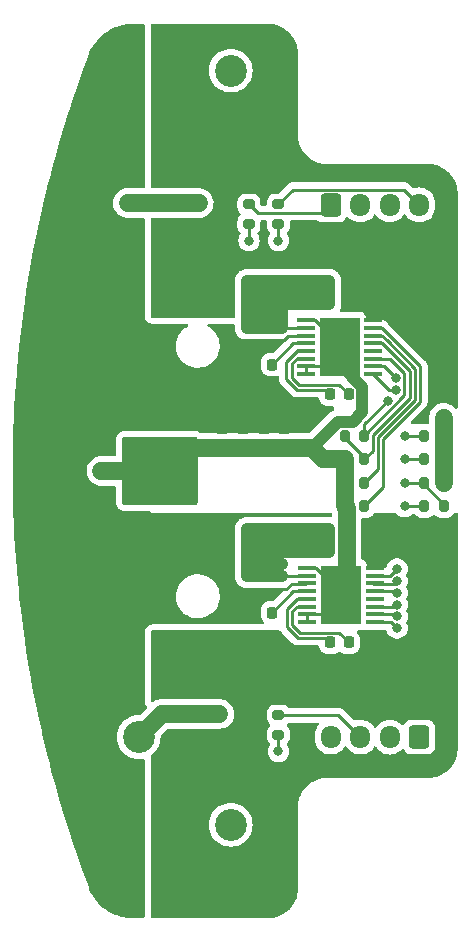
<source format=gbr>
%TF.GenerationSoftware,KiCad,Pcbnew,7.0.6*%
%TF.CreationDate,2024-02-11T17:46:38+09:00*%
%TF.ProjectId,MotorDriver_DRV8874_20240201,4d6f746f-7244-4726-9976-65725f445256,rev?*%
%TF.SameCoordinates,Original*%
%TF.FileFunction,Copper,L1,Top*%
%TF.FilePolarity,Positive*%
%FSLAX46Y46*%
G04 Gerber Fmt 4.6, Leading zero omitted, Abs format (unit mm)*
G04 Created by KiCad (PCBNEW 7.0.6) date 2024-02-11 17:46:38*
%MOMM*%
%LPD*%
G01*
G04 APERTURE LIST*
G04 Aperture macros list*
%AMRoundRect*
0 Rectangle with rounded corners*
0 $1 Rounding radius*
0 $2 $3 $4 $5 $6 $7 $8 $9 X,Y pos of 4 corners*
0 Add a 4 corners polygon primitive as box body*
4,1,4,$2,$3,$4,$5,$6,$7,$8,$9,$2,$3,0*
0 Add four circle primitives for the rounded corners*
1,1,$1+$1,$2,$3*
1,1,$1+$1,$4,$5*
1,1,$1+$1,$6,$7*
1,1,$1+$1,$8,$9*
0 Add four rect primitives between the rounded corners*
20,1,$1+$1,$2,$3,$4,$5,0*
20,1,$1+$1,$4,$5,$6,$7,0*
20,1,$1+$1,$6,$7,$8,$9,0*
20,1,$1+$1,$8,$9,$2,$3,0*%
G04 Aperture macros list end*
%TA.AperFunction,ComponentPad*%
%ADD10RoundRect,0.250001X1.099999X-1.099999X1.099999X1.099999X-1.099999X1.099999X-1.099999X-1.099999X0*%
%TD*%
%TA.AperFunction,ComponentPad*%
%ADD11C,2.700000*%
%TD*%
%TA.AperFunction,SMDPad,CuDef*%
%ADD12RoundRect,0.200000X0.200000X0.275000X-0.200000X0.275000X-0.200000X-0.275000X0.200000X-0.275000X0*%
%TD*%
%TA.AperFunction,ComponentPad*%
%ADD13RoundRect,0.250000X-0.600000X-0.725000X0.600000X-0.725000X0.600000X0.725000X-0.600000X0.725000X0*%
%TD*%
%TA.AperFunction,ComponentPad*%
%ADD14O,1.700000X1.950000*%
%TD*%
%TA.AperFunction,ComponentPad*%
%ADD15RoundRect,0.250000X0.600000X0.725000X-0.600000X0.725000X-0.600000X-0.725000X0.600000X-0.725000X0*%
%TD*%
%TA.AperFunction,SMDPad,CuDef*%
%ADD16RoundRect,0.225000X-0.250000X0.225000X-0.250000X-0.225000X0.250000X-0.225000X0.250000X0.225000X0*%
%TD*%
%TA.AperFunction,SMDPad,CuDef*%
%ADD17RoundRect,0.225000X0.225000X0.250000X-0.225000X0.250000X-0.225000X-0.250000X0.225000X-0.250000X0*%
%TD*%
%TA.AperFunction,SMDPad,CuDef*%
%ADD18RoundRect,0.200000X-0.275000X0.200000X-0.275000X-0.200000X0.275000X-0.200000X0.275000X0.200000X0*%
%TD*%
%TA.AperFunction,SMDPad,CuDef*%
%ADD19RoundRect,0.200000X-0.200000X-0.275000X0.200000X-0.275000X0.200000X0.275000X-0.200000X0.275000X0*%
%TD*%
%TA.AperFunction,SMDPad,CuDef*%
%ADD20RoundRect,0.250000X-0.850000X-0.350000X0.850000X-0.350000X0.850000X0.350000X-0.850000X0.350000X0*%
%TD*%
%TA.AperFunction,SMDPad,CuDef*%
%ADD21RoundRect,0.250000X-1.275000X-1.125000X1.275000X-1.125000X1.275000X1.125000X-1.275000X1.125000X0*%
%TD*%
%TA.AperFunction,SMDPad,CuDef*%
%ADD22RoundRect,0.249997X-2.950003X-2.650003X2.950003X-2.650003X2.950003X2.650003X-2.950003X2.650003X0*%
%TD*%
%TA.AperFunction,ComponentPad*%
%ADD23RoundRect,0.250001X-1.099999X-1.099999X1.099999X-1.099999X1.099999X1.099999X-1.099999X1.099999X0*%
%TD*%
%TA.AperFunction,SMDPad,CuDef*%
%ADD24RoundRect,0.100000X0.687500X0.100000X-0.687500X0.100000X-0.687500X-0.100000X0.687500X-0.100000X0*%
%TD*%
%TA.AperFunction,SMDPad,CuDef*%
%ADD25R,3.400000X5.000000*%
%TD*%
%TA.AperFunction,ViaPad*%
%ADD26C,0.800000*%
%TD*%
%TA.AperFunction,Conductor*%
%ADD27C,0.250000*%
%TD*%
%TA.AperFunction,Conductor*%
%ADD28C,1.500000*%
%TD*%
%TA.AperFunction,Conductor*%
%ADD29C,1.000000*%
%TD*%
G04 APERTURE END LIST*
D10*
%TO.P,M2,1,Pin_1*%
%TO.N,OUT1-2*%
X96452585Y-128342867D03*
D11*
%TO.P,M2,2,Pin_2*%
%TO.N,OUT2-2*%
X96452585Y-124382867D03*
%TD*%
D12*
%TO.P,R2,1*%
%TO.N,SLEEP-1*%
X107750000Y-91437500D03*
%TO.P,R2,2*%
%TO.N,VREF-1*%
X106100000Y-91437500D03*
%TD*%
D13*
%TO.P,J4,1,Pin_1*%
%TO.N,PH-1*%
X104925000Y-71912500D03*
D14*
%TO.P,J4,2,Pin_2*%
%TO.N,unconnected-(J4-Pin_2-Pad2)*%
X107425000Y-71912500D03*
%TO.P,J4,3,Pin_3*%
%TO.N,EN-1*%
X109925000Y-71912500D03*
%TO.P,J4,4,Pin_4*%
%TO.N,PH-2*%
X112425000Y-71912500D03*
%TD*%
D15*
%TO.P,J5,1,Pin_1*%
%TO.N,unconnected-(J5-Pin_1-Pad1)*%
X112425000Y-116962500D03*
D14*
%TO.P,J5,2,Pin_2*%
%TO.N,EN-2*%
X109925000Y-116962500D03*
%TO.P,J5,3,Pin_3*%
%TO.N,SLEEP-1*%
X107425000Y-116962500D03*
%TO.P,J5,4,Pin_4*%
%TO.N,GND*%
X104925000Y-116962500D03*
%TD*%
D16*
%TO.P,C2,1*%
%TO.N,VIN*%
X97500000Y-90912500D03*
%TO.P,C2,2*%
%TO.N,GND*%
X97500000Y-92462500D03*
%TD*%
D17*
%TO.P,C4,1*%
%TO.N,Net-(U1-CPL)*%
X106450000Y-87937500D03*
%TO.P,C4,2*%
%TO.N,Net-(U1-CPH)*%
X104900000Y-87937500D03*
%TD*%
D18*
%TO.P,R8,1*%
%TO.N,PH-2*%
X100500000Y-71862500D03*
%TO.P,R8,2*%
%TO.N,Net-(D4-A)*%
X100500000Y-73512500D03*
%TD*%
D19*
%TO.P,R11,1*%
%TO.N,IMODE-2*%
X112850000Y-91437500D03*
%TO.P,R11,2*%
%TO.N,GND*%
X114500000Y-91437500D03*
%TD*%
D20*
%TO.P,D1,1,A*%
%TO.N,VIN*%
X84135000Y-92157500D03*
D21*
%TO.P,D1,2,K*%
%TO.N,GND*%
X88760000Y-92912500D03*
X88760000Y-95962500D03*
D22*
X90435000Y-94437500D03*
D21*
X92110000Y-92912500D03*
X92110000Y-95962500D03*
D20*
%TO.P,D1,3,A*%
%TO.N,VIN*%
X84135000Y-96717500D03*
%TD*%
D16*
%TO.P,C3,1*%
%TO.N,VIN*%
X99250000Y-90912500D03*
%TO.P,C3,2*%
%TO.N,GND*%
X99250000Y-92462500D03*
%TD*%
D23*
%TO.P,VIN,1,Pin_1*%
%TO.N,VIN*%
X84695000Y-116962133D03*
D11*
%TO.P,VIN,2,Pin_2*%
%TO.N,GND*%
X88655000Y-116962133D03*
%TD*%
D16*
%TO.P,C1,1*%
%TO.N,VIN*%
X95750000Y-90912500D03*
%TO.P,C1,2*%
%TO.N,GND*%
X95750000Y-92462500D03*
%TD*%
D19*
%TO.P,R1,1*%
%TO.N,GND*%
X106100000Y-95437500D03*
%TO.P,R1,2*%
%TO.N,Net-(U1-IPROPI)*%
X107750000Y-95437500D03*
%TD*%
D12*
%TO.P,R4,1*%
%TO.N,IMODE-1*%
X107750000Y-97437500D03*
%TO.P,R4,2*%
%TO.N,GND*%
X106100000Y-97437500D03*
%TD*%
D19*
%TO.P,R10,1*%
%TO.N,VREF-2*%
X112850000Y-95437500D03*
%TO.P,R10,2*%
%TO.N,GND*%
X114500000Y-95437500D03*
%TD*%
D18*
%TO.P,R6,1*%
%TO.N,SLEEP-1*%
X100500000Y-115112500D03*
%TO.P,R6,2*%
%TO.N,Net-(D2-A)*%
X100500000Y-116762500D03*
%TD*%
D24*
%TO.P,U1,1,EN*%
%TO.N,EN-1*%
X108537500Y-86237133D03*
%TO.P,U1,2,PH*%
%TO.N,PH-1*%
X108537500Y-85587133D03*
%TO.P,U1,3,SLEEP*%
%TO.N,SLEEP-1*%
X108537500Y-84937133D03*
%TO.P,U1,4,FAULT*%
%TO.N,unconnected-(U1-FAULT-Pad4)*%
X108537500Y-84287133D03*
%TO.P,U1,5,VREF*%
%TO.N,VREF-1*%
X108537500Y-83637133D03*
%TO.P,U1,6,IPROPI*%
%TO.N,Net-(U1-IPROPI)*%
X108537500Y-82987133D03*
%TO.P,U1,7,IMODE*%
%TO.N,IMODE-1*%
X108537500Y-82337133D03*
%TO.P,U1,8,OUT1*%
%TO.N,OUT1-1*%
X108537500Y-81687133D03*
%TO.P,U1,9,PGND*%
%TO.N,GND*%
X102812500Y-81687133D03*
%TO.P,U1,10,OUT2*%
%TO.N,OUT2-1*%
X102812500Y-82337133D03*
%TO.P,U1,11,VM*%
%TO.N,VIN*%
X102812500Y-82987133D03*
%TO.P,U1,12,VCP*%
%TO.N,Net-(U1-VCP)*%
X102812500Y-83637133D03*
%TO.P,U1,13,CPH*%
%TO.N,Net-(U1-CPH)*%
X102812500Y-84287133D03*
%TO.P,U1,14,CPL*%
%TO.N,Net-(U1-CPL)*%
X102812500Y-84937133D03*
%TO.P,U1,15,GND*%
%TO.N,GND*%
X102812500Y-85587133D03*
%TO.P,U1,16,PMODE*%
X102812500Y-86237133D03*
D25*
%TO.P,U1,17,PAD*%
X105675000Y-83962133D03*
%TD*%
D12*
%TO.P,R3,1*%
%TO.N,VREF-1*%
X107750000Y-93437500D03*
%TO.P,R3,2*%
%TO.N,GND*%
X106100000Y-93437500D03*
%TD*%
D19*
%TO.P,R9,1*%
%TO.N,SLEEP-1*%
X112850000Y-97437500D03*
%TO.P,R9,2*%
%TO.N,VREF-2*%
X114500000Y-97437500D03*
%TD*%
D12*
%TO.P,R5,1*%
%TO.N,GND*%
X114500000Y-93437500D03*
%TO.P,R5,2*%
%TO.N,Net-(U2-IPROPI)*%
X112850000Y-93437500D03*
%TD*%
D17*
%TO.P,C7,1*%
%TO.N,Net-(U2-CPL)*%
X106450000Y-108937500D03*
%TO.P,C7,2*%
%TO.N,Net-(U2-CPH)*%
X104900000Y-108937500D03*
%TD*%
D10*
%TO.P,M1,1,Pin_1*%
%TO.N,OUT1-1*%
X96452585Y-64492133D03*
D11*
%TO.P,M1,2,Pin_2*%
%TO.N,OUT2-1*%
X96452585Y-60532133D03*
%TD*%
D16*
%TO.P,C5,1*%
%TO.N,VIN*%
X101000000Y-90912500D03*
%TO.P,C5,2*%
%TO.N,GND*%
X101000000Y-92462500D03*
%TD*%
D18*
%TO.P,R7,1*%
%TO.N,PH-1*%
X98000000Y-71862500D03*
%TO.P,R7,2*%
%TO.N,Net-(D3-A)*%
X98000000Y-73512500D03*
%TD*%
D17*
%TO.P,C6,1*%
%TO.N,Net-(U1-VCP)*%
X99950000Y-85437500D03*
%TO.P,C6,2*%
%TO.N,VIN*%
X98400000Y-85437500D03*
%TD*%
%TO.P,C8,1*%
%TO.N,Net-(U2-VCP)*%
X99950000Y-106437500D03*
%TO.P,C8,2*%
%TO.N,VIN*%
X98400000Y-106437500D03*
%TD*%
D24*
%TO.P,U2,1,EN*%
%TO.N,EN-2*%
X108650000Y-107212500D03*
%TO.P,U2,2,PH*%
%TO.N,PH-2*%
X108650000Y-106562500D03*
%TO.P,U2,3,SLEEP*%
%TO.N,SLEEP-1*%
X108650000Y-105912500D03*
%TO.P,U2,4,FAULT*%
%TO.N,unconnected-(U2-FAULT-Pad4)*%
X108650000Y-105262500D03*
%TO.P,U2,5,VREF*%
%TO.N,VREF-2*%
X108650000Y-104612500D03*
%TO.P,U2,6,IPROPI*%
%TO.N,Net-(U2-IPROPI)*%
X108650000Y-103962500D03*
%TO.P,U2,7,IMODE*%
%TO.N,IMODE-2*%
X108650000Y-103312500D03*
%TO.P,U2,8,OUT1*%
%TO.N,OUT1-2*%
X108650000Y-102662500D03*
%TO.P,U2,9,PGND*%
%TO.N,GND*%
X102925000Y-102662500D03*
%TO.P,U2,10,OUT2*%
%TO.N,OUT2-2*%
X102925000Y-103312500D03*
%TO.P,U2,11,VM*%
%TO.N,VIN*%
X102925000Y-103962500D03*
%TO.P,U2,12,VCP*%
%TO.N,Net-(U2-VCP)*%
X102925000Y-104612500D03*
%TO.P,U2,13,CPH*%
%TO.N,Net-(U2-CPH)*%
X102925000Y-105262500D03*
%TO.P,U2,14,CPL*%
%TO.N,Net-(U2-CPL)*%
X102925000Y-105912500D03*
%TO.P,U2,15,GND*%
%TO.N,GND*%
X102925000Y-106562500D03*
%TO.P,U2,16,PMODE*%
X102925000Y-107212500D03*
D25*
%TO.P,U2,17,PAD*%
X105787500Y-104937500D03*
%TD*%
D26*
%TO.N,GND*%
X114500000Y-89937500D03*
X95500000Y-115000000D03*
X85500000Y-94437500D03*
X87750000Y-71750000D03*
X93750000Y-71750000D03*
%TO.N,Net-(D2-A)*%
X100500000Y-118187500D03*
%TO.N,Net-(D3-A)*%
X98000000Y-74937500D03*
%TO.N,Net-(D4-A)*%
X100500000Y-74937500D03*
%TO.N,PH-1*%
X110425000Y-86587133D03*
%TO.N,EN-1*%
X110425000Y-87587133D03*
%TO.N,PH-2*%
X110537500Y-106747861D03*
%TO.N,EN-2*%
X110537500Y-107747364D03*
%TO.N,OUT2-1*%
X104812500Y-79337133D03*
X99812500Y-82337133D03*
X100812500Y-81337133D03*
X102812500Y-79337133D03*
X98812500Y-78337133D03*
X104812500Y-78337133D03*
X98812500Y-79337133D03*
X98812500Y-81337133D03*
X101812500Y-80337133D03*
X103812500Y-80337133D03*
X102812500Y-80337133D03*
X100812500Y-82337133D03*
X103812500Y-78337133D03*
X99812500Y-79337133D03*
X99812500Y-78337133D03*
X97812500Y-80337133D03*
X104812500Y-80337133D03*
X97812500Y-78337133D03*
X97812500Y-81337133D03*
X98812500Y-80337133D03*
X99812500Y-81337133D03*
X97812500Y-79337133D03*
X100812500Y-78337133D03*
X100812500Y-80337133D03*
X102812500Y-78337133D03*
X100812500Y-79337133D03*
X101812500Y-78337133D03*
X99812500Y-80337133D03*
X103812500Y-79337133D03*
X98812500Y-82337133D03*
X101812500Y-79337133D03*
X97812500Y-82337133D03*
%TO.N,OUT2-2*%
X103812500Y-99337133D03*
X102812500Y-99337133D03*
X97812500Y-103337133D03*
X100812500Y-103337133D03*
X98812500Y-102337133D03*
X104812500Y-99337133D03*
X104812500Y-101337133D03*
X100812500Y-99337133D03*
X97812500Y-99337133D03*
X102812500Y-101337133D03*
X100812500Y-100337133D03*
X101812500Y-101337133D03*
X97812500Y-100337133D03*
X100812500Y-102337133D03*
X98812500Y-101337133D03*
X99812500Y-101337133D03*
X98812500Y-103337133D03*
X104812500Y-100337133D03*
X98812500Y-100337133D03*
X98812500Y-99337133D03*
X99812500Y-103337133D03*
X99812500Y-100337133D03*
X97812500Y-101337133D03*
X101812500Y-99337133D03*
X102812500Y-100337133D03*
X99812500Y-99337133D03*
X99812500Y-102337133D03*
X101812500Y-100337133D03*
X103812500Y-101337133D03*
X100812500Y-101337133D03*
X103812500Y-100337133D03*
X97812500Y-102337133D03*
%TO.N,Net-(U2-IPROPI)*%
X111175000Y-93437500D03*
X110549799Y-103749432D03*
%TO.N,SLEEP-1*%
X109750000Y-88500000D03*
X110537502Y-105748359D03*
X111175000Y-97437500D03*
%TO.N,VREF-2*%
X110537354Y-104748857D03*
X111175000Y-95437500D03*
%TO.N,IMODE-2*%
X111175000Y-91437500D03*
X110537500Y-102737133D03*
%TD*%
D27*
%TO.N,Net-(U1-CPL)*%
X105650000Y-87137500D02*
X106450000Y-87937500D01*
X101675000Y-85336092D02*
X101675000Y-86537133D01*
X102812500Y-84937133D02*
X102073959Y-84937133D01*
X102275367Y-87137500D02*
X105650000Y-87137500D01*
X101675000Y-86537133D02*
X102275367Y-87137500D01*
X102073959Y-84937133D02*
X101675000Y-85336092D01*
%TO.N,Net-(U1-CPH)*%
X102088971Y-87587500D02*
X101175000Y-86673529D01*
X102073959Y-84287133D02*
X102812500Y-84287133D01*
X101175000Y-85186092D02*
X102073959Y-84287133D01*
X101175000Y-86673529D02*
X101175000Y-85186092D01*
X104900000Y-87937500D02*
X104550000Y-87587500D01*
X104550000Y-87587500D02*
X102088971Y-87587500D01*
%TO.N,Net-(U1-VCP)*%
X101750367Y-83637133D02*
X102812500Y-83637133D01*
X99950000Y-85437500D02*
X101750367Y-83637133D01*
%TO.N,GND*%
X102925000Y-107212500D02*
X102925000Y-106562500D01*
D28*
X106100000Y-97437500D02*
X106262500Y-97600000D01*
D29*
X105527208Y-90262500D02*
X106820774Y-90262500D01*
X105675000Y-85379352D02*
X105675000Y-83962133D01*
D28*
X114500000Y-93437500D02*
X114500000Y-91437500D01*
D27*
X102925000Y-106562500D02*
X104162500Y-106562500D01*
D28*
X106262500Y-104462500D02*
X105787500Y-104937500D01*
X106100000Y-97437500D02*
X106100000Y-95437500D01*
X114500000Y-95437500D02*
X114500000Y-93437500D01*
X90435000Y-94437500D02*
X85500000Y-94437500D01*
X101000000Y-92462500D02*
X103327208Y-92462500D01*
D27*
X104162500Y-106562500D02*
X105787500Y-104937500D01*
D28*
X95500000Y-115000000D02*
X90617133Y-115000000D01*
X106100000Y-93437500D02*
X104302208Y-93437500D01*
X99250000Y-92462500D02*
X97500000Y-92462500D01*
D29*
X107600000Y-89483274D02*
X107600000Y-87304352D01*
D28*
X114500000Y-91437500D02*
X114500000Y-89937500D01*
D27*
X102812500Y-85587133D02*
X102812500Y-86237133D01*
D28*
X106100000Y-95437500D02*
X106100000Y-93437500D01*
D27*
X103663541Y-102662500D02*
X105787500Y-104786459D01*
X102925000Y-102662500D02*
X103663541Y-102662500D01*
D29*
X107600000Y-87304352D02*
X105675000Y-85379352D01*
X106820774Y-90262500D02*
X107600000Y-89483274D01*
D28*
X95750000Y-92462500D02*
X92410000Y-92462500D01*
D27*
X102812500Y-81687133D02*
X103551041Y-81687133D01*
D28*
X106262500Y-97600000D02*
X106262500Y-104462500D01*
X90617133Y-115000000D02*
X88655000Y-116962133D01*
D27*
X104050000Y-85587133D02*
X105675000Y-83962133D01*
X105675000Y-83811092D02*
X105675000Y-83962133D01*
D28*
X99250000Y-92462500D02*
X101000000Y-92462500D01*
X104302208Y-93437500D02*
X103327208Y-92462500D01*
X97500000Y-92462500D02*
X95750000Y-92462500D01*
D29*
X103327208Y-92462500D02*
X105527208Y-90262500D01*
D27*
X102812500Y-85587133D02*
X104050000Y-85587133D01*
X105787500Y-104786459D02*
X105787500Y-104937500D01*
D28*
X93750000Y-71750000D02*
X87750000Y-71750000D01*
X92410000Y-92462500D02*
X90435000Y-94437500D01*
D27*
X103551041Y-81687133D02*
X105675000Y-83811092D01*
%TO.N,Net-(D2-A)*%
X100500000Y-116762500D02*
X100500000Y-118187500D01*
%TO.N,Net-(D3-A)*%
X98000000Y-73512500D02*
X98000000Y-74937500D01*
%TO.N,Net-(D4-A)*%
X100500000Y-73512500D02*
X100500000Y-74937500D01*
%TO.N,PH-1*%
X104250000Y-72587500D02*
X104925000Y-71912500D01*
X109425000Y-85587133D02*
X108537500Y-85587133D01*
X98000000Y-71862500D02*
X98725000Y-72587500D01*
X110425000Y-86587133D02*
X109425000Y-85587133D01*
X98725000Y-72587500D02*
X104250000Y-72587500D01*
%TO.N,EN-1*%
X110425000Y-87587133D02*
X109887500Y-87587133D01*
X109887500Y-87587133D02*
X108537500Y-86237133D01*
%TO.N,PH-2*%
X111125000Y-70612500D02*
X112425000Y-71912500D01*
X110537500Y-106747861D02*
X110376772Y-106587133D01*
X100500000Y-71862500D02*
X101750000Y-70612500D01*
X101750000Y-70612500D02*
X111125000Y-70612500D01*
X110376772Y-106587133D02*
X108537500Y-106587133D01*
%TO.N,EN-2*%
X110001467Y-107237133D02*
X108537500Y-107237133D01*
X110511698Y-107747364D02*
X110537500Y-107747364D01*
X110001467Y-107237133D02*
X110511698Y-107747364D01*
D29*
%TO.N,OUT2-1*%
X104812500Y-78337133D02*
X103812500Y-78337133D01*
X100812500Y-80337133D02*
X101812500Y-80337133D01*
X104812500Y-80337133D02*
X104812500Y-79337133D01*
X98812500Y-79337133D02*
X99812500Y-79337133D01*
X97812500Y-82337133D02*
X97812500Y-81337133D01*
X99812500Y-79337133D02*
X100812500Y-79337133D01*
X97812500Y-81337133D02*
X97812500Y-80337133D01*
X99812500Y-80337133D02*
X99812500Y-79337133D01*
X102812500Y-80337133D02*
X103812500Y-80337133D01*
X100812500Y-81337133D02*
X100812500Y-82337133D01*
X101812500Y-80337133D02*
X102812500Y-80337133D01*
X97812500Y-80337133D02*
X97812500Y-79337133D01*
X98812500Y-82337133D02*
X97812500Y-82337133D01*
X100812500Y-78337133D02*
X100812500Y-79337133D01*
X98812500Y-79337133D02*
X98812500Y-78337133D01*
X100812500Y-79337133D02*
X100812500Y-80337133D01*
X101812500Y-79337133D02*
X102812500Y-79337133D01*
X97812500Y-79337133D02*
X97812500Y-78337133D01*
X98812500Y-81337133D02*
X99812500Y-81337133D01*
X97812500Y-81337133D02*
X98812500Y-81337133D01*
X98812500Y-80337133D02*
X98812500Y-81337133D01*
X103812500Y-78337133D02*
X102812500Y-78337133D01*
X102812500Y-79337133D02*
X103812500Y-79337133D01*
X103812500Y-79337133D02*
X104812500Y-79337133D01*
X102812500Y-78337133D02*
X101812500Y-78337133D01*
X99812500Y-78337133D02*
X100812500Y-78337133D01*
X101812500Y-78337133D02*
X100812500Y-78337133D01*
X104812500Y-79337133D02*
X104812500Y-78337133D01*
X98812500Y-79337133D02*
X98812500Y-80337133D01*
X97812500Y-78337133D02*
X98812500Y-78337133D01*
X100812500Y-80337133D02*
X100812500Y-81337133D01*
X103812500Y-80337133D02*
X104812500Y-80337133D01*
X99812500Y-79337133D02*
X99812500Y-78337133D01*
X100812500Y-82337133D02*
X99812500Y-82337133D01*
X99812500Y-81337133D02*
X99812500Y-80337133D01*
X98812500Y-78337133D02*
X99812500Y-78337133D01*
D27*
X102812500Y-82337133D02*
X100812500Y-82337133D01*
D29*
X100812500Y-79337133D02*
X101812500Y-79337133D01*
X99812500Y-82337133D02*
X98812500Y-82337133D01*
X99812500Y-81337133D02*
X100812500Y-81337133D01*
X97812500Y-79337133D02*
X98812500Y-79337133D01*
%TO.N,OUT2-2*%
X98812500Y-103337133D02*
X97812500Y-103337133D01*
X103812500Y-99337133D02*
X104812500Y-99337133D01*
X97812500Y-100337133D02*
X99812500Y-100337133D01*
X101812500Y-99337133D02*
X102812500Y-99337133D01*
X98812500Y-103337133D02*
X98812500Y-102337133D01*
X99812500Y-101337133D02*
X100812500Y-101337133D01*
X104812500Y-100337133D02*
X103812500Y-100337133D01*
X103812500Y-100337133D02*
X102812500Y-100337133D01*
X99812500Y-103337133D02*
X99812500Y-102337133D01*
X99812500Y-100337133D02*
X100812500Y-100337133D01*
X99812500Y-100337133D02*
X99812500Y-99337133D01*
X97812500Y-100337133D02*
X97812500Y-99337133D01*
X99812500Y-99337133D02*
X97812500Y-99337133D01*
X97812500Y-101337133D02*
X99812500Y-101337133D01*
X98812500Y-100337133D02*
X99812500Y-100337133D01*
X98812500Y-102337133D02*
X98812500Y-101337133D01*
X104812500Y-99337133D02*
X104812500Y-100337133D01*
X97812500Y-101337133D02*
X97812500Y-100337133D01*
X101812500Y-101337133D02*
X102812500Y-101337133D01*
X104812500Y-101337133D02*
X104812500Y-100337133D01*
X102812500Y-101337133D02*
X103812500Y-101337133D01*
X97812500Y-103337133D02*
X99812500Y-103337133D01*
X98812500Y-99337133D02*
X98812500Y-100337133D01*
X97812500Y-102337133D02*
X97812500Y-101337133D01*
X99812500Y-102337133D02*
X99812500Y-101337133D01*
X99812500Y-102337133D02*
X97812500Y-102337133D01*
X102812500Y-100337133D02*
X101812500Y-100337133D01*
X99812500Y-103337133D02*
X98812500Y-103337133D01*
X100812500Y-101337133D02*
X101812500Y-101337133D01*
X100812500Y-103337133D02*
X99812500Y-103337133D01*
X97812500Y-103337133D02*
X97812500Y-102337133D01*
X102812500Y-99337133D02*
X103812500Y-99337133D01*
D27*
X102812500Y-103337133D02*
X100812500Y-103337133D01*
D29*
X100812500Y-99337133D02*
X101812500Y-99337133D01*
X103812500Y-101337133D02*
X104812500Y-101337133D01*
X101812500Y-100337133D02*
X100812500Y-100337133D01*
X99812500Y-99337133D02*
X100812500Y-99337133D01*
X99812500Y-102337133D02*
X100812500Y-102337133D01*
D27*
%TO.N,Net-(U1-IPROPI)*%
X108925000Y-94262500D02*
X107750000Y-95437500D01*
X109276041Y-82987133D02*
X109650000Y-83361092D01*
X112050000Y-88410292D02*
X108925000Y-91535292D01*
X109650000Y-83374696D02*
X112050000Y-85774696D01*
X109650000Y-83361092D02*
X109650000Y-83374696D01*
X108537500Y-82987133D02*
X109276041Y-82987133D01*
X108925000Y-91535292D02*
X108925000Y-94262500D01*
X112050000Y-85774696D02*
X112050000Y-88410292D01*
%TO.N,Net-(U2-IPROPI)*%
X108537500Y-103987133D02*
X110312098Y-103987133D01*
X110312098Y-103987133D02*
X110549799Y-103749432D01*
X112850000Y-93437500D02*
X111175000Y-93437500D01*
%TO.N,Net-(U2-CPL)*%
X102812500Y-105937133D02*
X102060355Y-105937133D01*
X105650000Y-108137500D02*
X106450000Y-108937500D01*
X102324326Y-108137500D02*
X105650000Y-108137500D01*
X101675000Y-106322488D02*
X101675000Y-107488174D01*
X101675000Y-107488174D02*
X102324326Y-108137500D01*
X102060355Y-105937133D02*
X101675000Y-106322488D01*
%TO.N,Net-(U2-CPH)*%
X104550000Y-108587500D02*
X104900000Y-108937500D01*
X102137930Y-108587500D02*
X104550000Y-108587500D01*
X102812500Y-105287133D02*
X102073959Y-105287133D01*
X101225000Y-106136092D02*
X101225000Y-107674570D01*
X102073959Y-105287133D02*
X101225000Y-106136092D01*
X101225000Y-107674570D02*
X102137930Y-108587500D01*
%TO.N,Net-(U2-VCP)*%
X99950000Y-106437500D02*
X101750367Y-104637133D01*
X101750367Y-104637133D02*
X102812500Y-104637133D01*
%TO.N,VIN*%
X102812500Y-103987133D02*
X101625367Y-103987133D01*
X102812500Y-82987133D02*
X101329226Y-82987133D01*
X101329226Y-82987133D02*
X100979226Y-83337133D01*
X101625367Y-103987133D02*
X101175000Y-104437500D01*
X101175000Y-104437500D02*
X96675000Y-104437500D01*
X100979226Y-83337133D02*
X96812500Y-83337133D01*
%TO.N,SLEEP-1*%
X109939645Y-84937133D02*
X111150000Y-86147488D01*
X111150000Y-88037500D02*
X107750000Y-91437500D01*
X112850000Y-97437500D02*
X111175000Y-97437500D01*
X108537500Y-105937133D02*
X110348728Y-105937133D01*
X111150000Y-86147488D02*
X111150000Y-88037500D01*
X108537500Y-84937133D02*
X109939645Y-84937133D01*
X110348728Y-105937133D02*
X110537502Y-105748359D01*
X109750000Y-88500000D02*
X107750000Y-90500000D01*
X100500000Y-115112500D02*
X105575000Y-115112500D01*
X107750000Y-90500000D02*
X107750000Y-91437500D01*
X105575000Y-115112500D02*
X107425000Y-116962500D01*
%TO.N,VREF-1*%
X108475000Y-91348896D02*
X111600000Y-88223896D01*
X106100000Y-91612500D02*
X106100000Y-91437500D01*
X107750000Y-93262500D02*
X106100000Y-91612500D01*
X107750000Y-93437500D02*
X108475000Y-92712500D01*
X107750000Y-93437500D02*
X107750000Y-93262500D01*
X111600000Y-85961092D02*
X109276041Y-83637133D01*
X109276041Y-83637133D02*
X108537500Y-83637133D01*
X108475000Y-92712500D02*
X108475000Y-91348896D01*
X111600000Y-88223896D02*
X111600000Y-85961092D01*
%TO.N,IMODE-1*%
X112500000Y-88596688D02*
X112500000Y-85561092D01*
X107750000Y-97437500D02*
X109375000Y-95812500D01*
X112500000Y-85561092D02*
X109276041Y-82337133D01*
X109276041Y-82337133D02*
X108537500Y-82337133D01*
X109375000Y-95812500D02*
X109375000Y-91721688D01*
X109375000Y-91721688D02*
X112500000Y-88596688D01*
%TO.N,VREF-2*%
X108537500Y-104637133D02*
X110425630Y-104637133D01*
X110425630Y-104637133D02*
X110537354Y-104748857D01*
X112850000Y-95437500D02*
X112850000Y-95612500D01*
X114500000Y-97262500D02*
X114500000Y-97437500D01*
X112850000Y-95612500D02*
X114500000Y-97262500D01*
X112850000Y-95437500D02*
X111175000Y-95437500D01*
%TO.N,IMODE-2*%
X109937500Y-103337133D02*
X110537500Y-102737133D01*
X108537500Y-103337133D02*
X109937500Y-103337133D01*
X112850000Y-91437500D02*
X111175000Y-91437500D01*
%TD*%
%TA.AperFunction,Conductor*%
%TO.N,VIN*%
G36*
X89112539Y-56602318D02*
G01*
X89158294Y-56655122D01*
X89169500Y-56706633D01*
X89169500Y-70375500D01*
X89149815Y-70442539D01*
X89097011Y-70488294D01*
X89045500Y-70499500D01*
X87693845Y-70499500D01*
X87655399Y-70502960D01*
X87525813Y-70514622D01*
X87525807Y-70514623D01*
X87308839Y-70574503D01*
X87308826Y-70574508D01*
X87106033Y-70672167D01*
X87106025Y-70672171D01*
X86923927Y-70804473D01*
X86923925Y-70804474D01*
X86768366Y-70967176D01*
X86644363Y-71155033D01*
X86555899Y-71362004D01*
X86555895Y-71362017D01*
X86505810Y-71581457D01*
X86505808Y-71581468D01*
X86495710Y-71806325D01*
X86495710Y-71806330D01*
X86525925Y-72029387D01*
X86525926Y-72029390D01*
X86595483Y-72243465D01*
X86702146Y-72441678D01*
X86702148Y-72441681D01*
X86842489Y-72617663D01*
X86842491Y-72617664D01*
X86842492Y-72617666D01*
X87012004Y-72765765D01*
X87205236Y-72881215D01*
X87415976Y-72960307D01*
X87637450Y-73000500D01*
X87637453Y-73000500D01*
X89045500Y-73000500D01*
X89112539Y-73020185D01*
X89158294Y-73072989D01*
X89169500Y-73124499D01*
X89169500Y-73124500D01*
X89169500Y-81338133D01*
X89169501Y-81338142D01*
X89181052Y-81445583D01*
X89181054Y-81445595D01*
X89192260Y-81497105D01*
X89226383Y-81599630D01*
X89226386Y-81599636D01*
X89304171Y-81720670D01*
X89304179Y-81720681D01*
X89349923Y-81773473D01*
X89349926Y-81773476D01*
X89349930Y-81773480D01*
X89458664Y-81867700D01*
X89589541Y-81927471D01*
X89634357Y-81940630D01*
X89656575Y-81947155D01*
X89656580Y-81947156D01*
X89656584Y-81947157D01*
X89799000Y-81967633D01*
X89799003Y-81967633D01*
X92747126Y-81967633D01*
X92814165Y-81987318D01*
X92859920Y-82040122D01*
X92869864Y-82109280D01*
X92840839Y-82172836D01*
X92807814Y-82199766D01*
X92738885Y-82238451D01*
X92646934Y-82290057D01*
X92646932Y-82290058D01*
X92646931Y-82290059D01*
X92618805Y-82311777D01*
X92432530Y-82455612D01*
X92244530Y-82650609D01*
X92244524Y-82650616D01*
X92086910Y-82870919D01*
X92086907Y-82870924D01*
X91963058Y-83111809D01*
X91963051Y-83111827D01*
X91875592Y-83368185D01*
X91875589Y-83368199D01*
X91826389Y-83634568D01*
X91826388Y-83634575D01*
X91816495Y-83905263D01*
X91846121Y-84174513D01*
X91846123Y-84174524D01*
X91914634Y-84436582D01*
X91914636Y-84436588D01*
X92020578Y-84685890D01*
X92138313Y-84878805D01*
X92161687Y-84917105D01*
X92161694Y-84917115D01*
X92334961Y-85125319D01*
X92334967Y-85125324D01*
X92439948Y-85219387D01*
X92536706Y-85306082D01*
X92762618Y-85455544D01*
X93007884Y-85570520D01*
X93007891Y-85570522D01*
X93007893Y-85570523D01*
X93267265Y-85648557D01*
X93267272Y-85648558D01*
X93267277Y-85648560D01*
X93535269Y-85688000D01*
X93535274Y-85688000D01*
X93738344Y-85688000D01*
X93789841Y-85684230D01*
X93940864Y-85673177D01*
X94053466Y-85648093D01*
X94205254Y-85614282D01*
X94205256Y-85614281D01*
X94205261Y-85614280D01*
X94458266Y-85517514D01*
X94694485Y-85384941D01*
X94908885Y-85219388D01*
X95096894Y-85024381D01*
X95254507Y-84804079D01*
X95351961Y-84614529D01*
X95378357Y-84563190D01*
X95378359Y-84563184D01*
X95378364Y-84563175D01*
X95465826Y-84306805D01*
X95515027Y-84040433D01*
X95524920Y-83769735D01*
X95495294Y-83500482D01*
X95426780Y-83238412D01*
X95320838Y-82989110D01*
X95179726Y-82757890D01*
X95159613Y-82733722D01*
X95006454Y-82549680D01*
X95006448Y-82549675D01*
X94804710Y-82368918D01*
X94578800Y-82219457D01*
X94578798Y-82219456D01*
X94545630Y-82203907D01*
X94493287Y-82157630D01*
X94474271Y-82090398D01*
X94494623Y-82023558D01*
X94547880Y-81978331D01*
X94598265Y-81967633D01*
X96688000Y-81967633D01*
X96755039Y-81987318D01*
X96800794Y-82040122D01*
X96812000Y-82091633D01*
X96812000Y-82310203D01*
X96811920Y-82313343D01*
X96808131Y-82388068D01*
X96808131Y-82388069D01*
X96819457Y-82462010D01*
X96819854Y-82465124D01*
X96827425Y-82539570D01*
X96827426Y-82539573D01*
X96832249Y-82554947D01*
X96836503Y-82573280D01*
X96838942Y-82589197D01*
X96838943Y-82589201D01*
X96864927Y-82659365D01*
X96865941Y-82662331D01*
X96888341Y-82733721D01*
X96888342Y-82733722D01*
X96888343Y-82733725D01*
X96896157Y-82747803D01*
X96904017Y-82764910D01*
X96909611Y-82780014D01*
X96909614Y-82780020D01*
X96949194Y-82843523D01*
X96950788Y-82846229D01*
X96987092Y-82911636D01*
X96987093Y-82911637D01*
X96997578Y-82923851D01*
X97008722Y-82939027D01*
X97017245Y-82952700D01*
X97017245Y-82952701D01*
X97017248Y-82952704D01*
X97068815Y-83006952D01*
X97070892Y-83009251D01*
X97075333Y-83014424D01*
X97119632Y-83066027D01*
X97119633Y-83066028D01*
X97132369Y-83075886D01*
X97146344Y-83088512D01*
X97157440Y-83100185D01*
X97218840Y-83142922D01*
X97221373Y-83144781D01*
X97243002Y-83161523D01*
X97280542Y-83190581D01*
X97295015Y-83197680D01*
X97311226Y-83207223D01*
X97324451Y-83216428D01*
X97375691Y-83238417D01*
X97393196Y-83245929D01*
X97396047Y-83247238D01*
X97412493Y-83255306D01*
X97463224Y-83280191D01*
X97463226Y-83280191D01*
X97463229Y-83280193D01*
X97478816Y-83284228D01*
X97496628Y-83290315D01*
X97511442Y-83296673D01*
X97584765Y-83311740D01*
X97587760Y-83312435D01*
X97660211Y-83331195D01*
X97660215Y-83331196D01*
X97676307Y-83332012D01*
X97694980Y-83334390D01*
X97703913Y-83336226D01*
X97710758Y-83337633D01*
X97710759Y-83337633D01*
X97785571Y-83337633D01*
X97788711Y-83337713D01*
X97815342Y-83339063D01*
X97863436Y-83341502D01*
X97879356Y-83339063D01*
X97898133Y-83337633D01*
X98710759Y-83337633D01*
X99710759Y-83337633D01*
X100785571Y-83337633D01*
X100788711Y-83337713D01*
X100828797Y-83339745D01*
X100863436Y-83341502D01*
X100863438Y-83341501D01*
X100868238Y-83341745D01*
X100934195Y-83364799D01*
X100977217Y-83419853D01*
X100983646Y-83489426D01*
X100951440Y-83551430D01*
X100949640Y-83553267D01*
X100077226Y-84425681D01*
X100015903Y-84459166D01*
X99989545Y-84462000D01*
X99676663Y-84462000D01*
X99676644Y-84462001D01*
X99577292Y-84472150D01*
X99577289Y-84472151D01*
X99416305Y-84525496D01*
X99416294Y-84525501D01*
X99271959Y-84614529D01*
X99271955Y-84614532D01*
X99152032Y-84734455D01*
X99152029Y-84734459D01*
X99063001Y-84878794D01*
X99062996Y-84878805D01*
X99009651Y-85039790D01*
X98999500Y-85139147D01*
X98999500Y-85735837D01*
X98999501Y-85735855D01*
X99009650Y-85835207D01*
X99009651Y-85835210D01*
X99062996Y-85996194D01*
X99063001Y-85996205D01*
X99152029Y-86140540D01*
X99152032Y-86140544D01*
X99271955Y-86260467D01*
X99271959Y-86260470D01*
X99416294Y-86349498D01*
X99416297Y-86349499D01*
X99416303Y-86349503D01*
X99577292Y-86402849D01*
X99676655Y-86413000D01*
X100223344Y-86412999D01*
X100223352Y-86412998D01*
X100223355Y-86412998D01*
X100277760Y-86407440D01*
X100322708Y-86402849D01*
X100386495Y-86381712D01*
X100456324Y-86379310D01*
X100516366Y-86415042D01*
X100547559Y-86477562D01*
X100549500Y-86499418D01*
X100549500Y-86590784D01*
X100547775Y-86606401D01*
X100548061Y-86606428D01*
X100547326Y-86614194D01*
X100549500Y-86683343D01*
X100549500Y-86712872D01*
X100549501Y-86712889D01*
X100550368Y-86719760D01*
X100550826Y-86725579D01*
X100552290Y-86772153D01*
X100552291Y-86772156D01*
X100557880Y-86791396D01*
X100561824Y-86810440D01*
X100564336Y-86830321D01*
X100576480Y-86860993D01*
X100581490Y-86873648D01*
X100583382Y-86879176D01*
X100596381Y-86923917D01*
X100606580Y-86941163D01*
X100615138Y-86958632D01*
X100622514Y-86977261D01*
X100649898Y-87014952D01*
X100653106Y-87019836D01*
X100676827Y-87059945D01*
X100676833Y-87059953D01*
X100690990Y-87074109D01*
X100703628Y-87088905D01*
X100715405Y-87105115D01*
X100715406Y-87105116D01*
X100751309Y-87134817D01*
X100755620Y-87138739D01*
X101406200Y-87789320D01*
X101588168Y-87971288D01*
X101597993Y-87983551D01*
X101598214Y-87983369D01*
X101603185Y-87989378D01*
X101629188Y-88013795D01*
X101653606Y-88036726D01*
X101674500Y-88057620D01*
X101679982Y-88061873D01*
X101684414Y-88065657D01*
X101718389Y-88097562D01*
X101735947Y-88107214D01*
X101752206Y-88117895D01*
X101768035Y-88130173D01*
X101810809Y-88148682D01*
X101816027Y-88151238D01*
X101856879Y-88173697D01*
X101876287Y-88178680D01*
X101894688Y-88184980D01*
X101913075Y-88192937D01*
X101956459Y-88199808D01*
X101959090Y-88200225D01*
X101964810Y-88201409D01*
X102009952Y-88213000D01*
X102029987Y-88213000D01*
X102049385Y-88214526D01*
X102069165Y-88217659D01*
X102069166Y-88217660D01*
X102069166Y-88217659D01*
X102069167Y-88217660D01*
X102115554Y-88213275D01*
X102121393Y-88213000D01*
X103835189Y-88213000D01*
X103902228Y-88232685D01*
X103947983Y-88285489D01*
X103958547Y-88324400D01*
X103959650Y-88335207D01*
X103959651Y-88335210D01*
X104012996Y-88496194D01*
X104013001Y-88496205D01*
X104102029Y-88640540D01*
X104102032Y-88640544D01*
X104221955Y-88760467D01*
X104221959Y-88760470D01*
X104366294Y-88849498D01*
X104366297Y-88849499D01*
X104366303Y-88849503D01*
X104527292Y-88902849D01*
X104626655Y-88913000D01*
X105045500Y-88912999D01*
X105112539Y-88932683D01*
X105158294Y-88985487D01*
X105169500Y-89036999D01*
X105169500Y-89138009D01*
X105178846Y-89224927D01*
X105166441Y-89293687D01*
X105118831Y-89344824D01*
X105115735Y-89346602D01*
X105100594Y-89355006D01*
X105093499Y-89358375D01*
X105061599Y-89371118D01*
X105061594Y-89371120D01*
X105061591Y-89371122D01*
X105061584Y-89371126D01*
X105061585Y-89371126D01*
X105010362Y-89404883D01*
X105006334Y-89407324D01*
X104952710Y-89437088D01*
X104952707Y-89437090D01*
X104926635Y-89459470D01*
X104920368Y-89464195D01*
X104891690Y-89483098D01*
X104891683Y-89483103D01*
X104848324Y-89526462D01*
X104844869Y-89529664D01*
X104798314Y-89569632D01*
X104798313Y-89569633D01*
X104777284Y-89596800D01*
X104772092Y-89602694D01*
X103199107Y-91175681D01*
X103137784Y-91209166D01*
X103111426Y-91212000D01*
X93916728Y-91212000D01*
X93851631Y-91193538D01*
X93704344Y-91102689D01*
X93704338Y-91102686D01*
X93704336Y-91102685D01*
X93659745Y-91087909D01*
X93537801Y-91047501D01*
X93435019Y-91037000D01*
X93435012Y-91037000D01*
X87434988Y-91037000D01*
X87434980Y-91037000D01*
X87332198Y-91047501D01*
X87165666Y-91102684D01*
X87165655Y-91102689D01*
X87016346Y-91194785D01*
X87016342Y-91194788D01*
X86892288Y-91318842D01*
X86892285Y-91318846D01*
X86800189Y-91468155D01*
X86800184Y-91468166D01*
X86745001Y-91634698D01*
X86734500Y-91737480D01*
X86734499Y-91737493D01*
X86734500Y-93063000D01*
X86714815Y-93130039D01*
X86662011Y-93175794D01*
X86610500Y-93187000D01*
X85443845Y-93187000D01*
X85405399Y-93190460D01*
X85275813Y-93202122D01*
X85275807Y-93202123D01*
X85058839Y-93262003D01*
X85058826Y-93262008D01*
X84856033Y-93359667D01*
X84856025Y-93359671D01*
X84673927Y-93491973D01*
X84673925Y-93491974D01*
X84518366Y-93654676D01*
X84394363Y-93842533D01*
X84305899Y-94049504D01*
X84305895Y-94049517D01*
X84255810Y-94268957D01*
X84255808Y-94268968D01*
X84245710Y-94493825D01*
X84245710Y-94493830D01*
X84275925Y-94716887D01*
X84275926Y-94716890D01*
X84345483Y-94930965D01*
X84452146Y-95129178D01*
X84452148Y-95129181D01*
X84592489Y-95305163D01*
X84592491Y-95305164D01*
X84592492Y-95305166D01*
X84762004Y-95453265D01*
X84955236Y-95568715D01*
X85165976Y-95647807D01*
X85387450Y-95688000D01*
X85387453Y-95688000D01*
X86610500Y-95688000D01*
X86677539Y-95707685D01*
X86723294Y-95760489D01*
X86734500Y-95812000D01*
X86734499Y-97137506D01*
X86734500Y-97137519D01*
X86745001Y-97240301D01*
X86800184Y-97406833D01*
X86800189Y-97406844D01*
X86892285Y-97556153D01*
X86892288Y-97556157D01*
X87016342Y-97680211D01*
X87016346Y-97680214D01*
X87165655Y-97772310D01*
X87165658Y-97772311D01*
X87165664Y-97772315D01*
X87332200Y-97827499D01*
X87434988Y-97838000D01*
X87434991Y-97838000D01*
X87434993Y-97838000D01*
X89551000Y-97838000D01*
X89618039Y-97857685D01*
X89663794Y-97910489D01*
X89675000Y-97961999D01*
X89674999Y-107447151D01*
X89640027Y-107454760D01*
X89537502Y-107488883D01*
X89537496Y-107488886D01*
X89416462Y-107566671D01*
X89416451Y-107566679D01*
X89363659Y-107612423D01*
X89269433Y-107721164D01*
X89269430Y-107721168D01*
X89209664Y-107852034D01*
X89189978Y-107919075D01*
X89189976Y-107919080D01*
X89169500Y-108061501D01*
X89169499Y-108061503D01*
X89169500Y-113894664D01*
X89169500Y-113894672D01*
X89182990Y-114010669D01*
X89196050Y-114066061D01*
X89196051Y-114066063D01*
X89235798Y-114175865D01*
X89235800Y-114175869D01*
X89317738Y-114294139D01*
X89317741Y-114294142D01*
X89350419Y-114329312D01*
X89381631Y-114391823D01*
X89374092Y-114461285D01*
X89347260Y-114501397D01*
X88776004Y-115072653D01*
X88714681Y-115106138D01*
X88679480Y-115108656D01*
X88655005Y-115106906D01*
X88654999Y-115106906D01*
X88390972Y-115125790D01*
X88390965Y-115125791D01*
X88132326Y-115182054D01*
X87884309Y-115274559D01*
X87884305Y-115274561D01*
X87651994Y-115401413D01*
X87651986Y-115401418D01*
X87440092Y-115560039D01*
X87440074Y-115560055D01*
X87252922Y-115747207D01*
X87252906Y-115747225D01*
X87094285Y-115959119D01*
X87094280Y-115959127D01*
X86967428Y-116191438D01*
X86967426Y-116191442D01*
X86874921Y-116439459D01*
X86818658Y-116698098D01*
X86818657Y-116698105D01*
X86799773Y-116962131D01*
X86799773Y-116962134D01*
X86818657Y-117226160D01*
X86818658Y-117226167D01*
X86874921Y-117484806D01*
X86967426Y-117732823D01*
X86967428Y-117732827D01*
X87094280Y-117965138D01*
X87094285Y-117965146D01*
X87252906Y-118177040D01*
X87252922Y-118177058D01*
X87440074Y-118364210D01*
X87440092Y-118364226D01*
X87651986Y-118522847D01*
X87651994Y-118522852D01*
X87884305Y-118649704D01*
X87884309Y-118649706D01*
X87884311Y-118649707D01*
X88132322Y-118742210D01*
X88132325Y-118742210D01*
X88132326Y-118742211D01*
X88290857Y-118776697D01*
X88390974Y-118798476D01*
X88634660Y-118815905D01*
X88654999Y-118817360D01*
X88655000Y-118817360D01*
X88655001Y-118817360D01*
X88673885Y-118816009D01*
X88919026Y-118798476D01*
X88919036Y-118798474D01*
X88936047Y-118794773D01*
X89019142Y-118776697D01*
X89088833Y-118781681D01*
X89144767Y-118823552D01*
X89169184Y-118889016D01*
X89169500Y-118897863D01*
X89169500Y-132168367D01*
X89149815Y-132235406D01*
X89097011Y-132281161D01*
X89045500Y-132292367D01*
X88158482Y-132292367D01*
X88155623Y-132292300D01*
X88096166Y-132289528D01*
X88030771Y-132286479D01*
X87777162Y-132273651D01*
X87771659Y-132273126D01*
X87601830Y-132249247D01*
X87393051Y-132217410D01*
X87388098Y-132216447D01*
X87275443Y-132189738D01*
X87211910Y-132174675D01*
X87016205Y-132124248D01*
X87011824Y-132122945D01*
X86836487Y-132063692D01*
X86693052Y-132010840D01*
X86650123Y-131995021D01*
X86646340Y-131993484D01*
X86475352Y-131917333D01*
X86298222Y-131830915D01*
X86295027Y-131829240D01*
X86130872Y-131736969D01*
X86100473Y-131718131D01*
X85963724Y-131633392D01*
X85961130Y-131631692D01*
X85807144Y-131525167D01*
X85804619Y-131523325D01*
X85648759Y-131403453D01*
X85504541Y-131282401D01*
X85501846Y-131280003D01*
X85358493Y-131144711D01*
X85226941Y-131011574D01*
X85224165Y-131008572D01*
X85094187Y-130858409D01*
X84976890Y-130715215D01*
X84974143Y-130711598D01*
X84857911Y-130546214D01*
X84756697Y-130396092D01*
X84754067Y-130391827D01*
X84650646Y-130207692D01*
X84613522Y-130139754D01*
X84568401Y-130057181D01*
X84565967Y-130052212D01*
X84462429Y-129814568D01*
X84447834Y-129780712D01*
X84415384Y-129705436D01*
X84414106Y-129702226D01*
X83777579Y-127962073D01*
X83744829Y-127872465D01*
X83429709Y-126956028D01*
X83321746Y-126642047D01*
X83103195Y-126004772D01*
X82739250Y-124875247D01*
X82498581Y-124124837D01*
X82170884Y-123035556D01*
X81931181Y-122233265D01*
X81632086Y-121163975D01*
X81401270Y-120330975D01*
X81276958Y-119850673D01*
X81127298Y-119272431D01*
X80909013Y-118418571D01*
X80658435Y-117366315D01*
X80501793Y-116698105D01*
X80454616Y-116496853D01*
X80451058Y-116480504D01*
X80226368Y-115448112D01*
X80038277Y-114566685D01*
X79831705Y-113519790D01*
X79660102Y-112628554D01*
X79474798Y-111582547D01*
X79320287Y-110683477D01*
X79155964Y-109637682D01*
X79018944Y-108732121D01*
X78875425Y-107686237D01*
X78756193Y-106775286D01*
X78633333Y-105729011D01*
X78532113Y-104813580D01*
X78508767Y-104574665D01*
X78429849Y-103767052D01*
X78346815Y-102848001D01*
X78265062Y-101801020D01*
X78200354Y-100879164D01*
X78139079Y-99831925D01*
X78092790Y-98907976D01*
X78051953Y-97860389D01*
X78049307Y-97772310D01*
X78024156Y-96935171D01*
X78003741Y-95887312D01*
X77994472Y-94961417D01*
X77994472Y-94437505D01*
X77994472Y-93913567D01*
X78003741Y-92987762D01*
X78024160Y-91939817D01*
X78030240Y-91737493D01*
X78051953Y-91014726D01*
X78092794Y-89967078D01*
X78112706Y-89569632D01*
X78139082Y-89043146D01*
X78200365Y-87995799D01*
X78265073Y-87073979D01*
X78346827Y-86026989D01*
X78373132Y-85735855D01*
X78429853Y-85108036D01*
X78532133Y-84061354D01*
X78633348Y-83145992D01*
X78756206Y-82099732D01*
X78764010Y-82040122D01*
X78875433Y-81188831D01*
X79018963Y-80142878D01*
X79155992Y-79237270D01*
X79320307Y-78191536D01*
X79474828Y-77292415D01*
X79660141Y-76246367D01*
X79831705Y-75355339D01*
X80038291Y-74308380D01*
X80226413Y-73426812D01*
X80454656Y-72378097D01*
X80658434Y-71508819D01*
X80909048Y-70456417D01*
X80929735Y-70375500D01*
X81127272Y-69602800D01*
X81401303Y-68544031D01*
X81632078Y-67711184D01*
X81931235Y-66641677D01*
X82170819Y-65839789D01*
X82498615Y-64750181D01*
X82739350Y-63999575D01*
X82814146Y-63767442D01*
X83103239Y-62870226D01*
X83321464Y-62233904D01*
X83744900Y-61002463D01*
X83773820Y-60923329D01*
X84414271Y-59172456D01*
X84415529Y-59169297D01*
X84465047Y-59054401D01*
X84565902Y-58822889D01*
X84568302Y-58817988D01*
X84651248Y-58666172D01*
X84753954Y-58483280D01*
X84756573Y-58479032D01*
X84858337Y-58328076D01*
X84973997Y-58163489D01*
X84976711Y-58159914D01*
X85094480Y-58016132D01*
X85100215Y-58009505D01*
X85223979Y-57866507D01*
X85226741Y-57863522D01*
X85358743Y-57729921D01*
X85501643Y-57595049D01*
X85504247Y-57592730D01*
X85648985Y-57471238D01*
X85804373Y-57351725D01*
X85806780Y-57349968D01*
X85961386Y-57243013D01*
X85963875Y-57241383D01*
X86130519Y-57138118D01*
X86295233Y-57045533D01*
X86298354Y-57043896D01*
X86474925Y-56957755D01*
X86646556Y-56881321D01*
X86650226Y-56879829D01*
X86835919Y-56811410D01*
X87012017Y-56751906D01*
X87016341Y-56750620D01*
X87211105Y-56700443D01*
X87388270Y-56658448D01*
X87393223Y-56657485D01*
X87600459Y-56625894D01*
X87771829Y-56601809D01*
X87777295Y-56601288D01*
X88032020Y-56588439D01*
X88149296Y-56582979D01*
X88155295Y-56582700D01*
X88158178Y-56582633D01*
X89045500Y-56582633D01*
X89112539Y-56602318D01*
G37*
%TD.AperFunction*%
%TD*%
%TA.AperFunction,Conductor*%
%TO.N,OUT1-1*%
G36*
X99654453Y-56582746D02*
G01*
X99752806Y-56588694D01*
X99958818Y-56602185D01*
X99965926Y-56603066D01*
X100103024Y-56628189D01*
X100268073Y-56661019D01*
X100274409Y-56662632D01*
X100414395Y-56706253D01*
X100442456Y-56715778D01*
X100567465Y-56758213D01*
X100572958Y-56760375D01*
X100709536Y-56821844D01*
X100852267Y-56892232D01*
X100856894Y-56894765D01*
X100985311Y-56972396D01*
X100987633Y-56973872D01*
X101118006Y-57060985D01*
X101121774Y-57063715D01*
X101240414Y-57156663D01*
X101243036Y-57158838D01*
X101360456Y-57261813D01*
X101363418Y-57264587D01*
X101470124Y-57371295D01*
X101472899Y-57374257D01*
X101575865Y-57491668D01*
X101578056Y-57494312D01*
X101670992Y-57612936D01*
X101673739Y-57616729D01*
X101760810Y-57747042D01*
X101762317Y-57749412D01*
X101784535Y-57786164D01*
X101839943Y-57877822D01*
X101842478Y-57882452D01*
X101868626Y-57935475D01*
X101912870Y-58025197D01*
X101974321Y-58161739D01*
X101976494Y-58167258D01*
X102028445Y-58320300D01*
X102072069Y-58460302D01*
X102073686Y-58466655D01*
X102106524Y-58631748D01*
X102131632Y-58768770D01*
X102132516Y-58775896D01*
X102145871Y-58979681D01*
X102151971Y-59080562D01*
X102152084Y-59084305D01*
X102152085Y-65890752D01*
X102152066Y-65890816D01*
X102152066Y-65922475D01*
X102151436Y-65924618D01*
X102151934Y-65932212D01*
X102152066Y-65936262D01*
X102152068Y-66093380D01*
X102174488Y-66278005D01*
X102174807Y-66281427D01*
X102179744Y-66356800D01*
X102186350Y-66375692D01*
X102188534Y-66393672D01*
X102188535Y-66393680D01*
X102241761Y-66609621D01*
X102242371Y-66612362D01*
X102254101Y-66671325D01*
X102259814Y-66682863D01*
X102260930Y-66687390D01*
X102357833Y-66942899D01*
X102366062Y-66967138D01*
X102366464Y-66966928D01*
X102508788Y-67238100D01*
X102510725Y-67241304D01*
X102510656Y-67241345D01*
X102511330Y-67242492D01*
X102513053Y-67244279D01*
X102680631Y-67487053D01*
X102693890Y-67502019D01*
X102694436Y-67502727D01*
X102694723Y-67502959D01*
X102881231Y-67713482D01*
X103091755Y-67899989D01*
X103091884Y-67900194D01*
X103092679Y-67900807D01*
X103107660Y-67914079D01*
X103107663Y-67914081D01*
X103350440Y-68081657D01*
X103351481Y-68082942D01*
X103353359Y-68084045D01*
X103353401Y-68083977D01*
X103356602Y-68085911D01*
X103356617Y-68085921D01*
X103531162Y-68177529D01*
X103627790Y-68228244D01*
X103627580Y-68228643D01*
X103651764Y-68236852D01*
X103907319Y-68333772D01*
X103911838Y-68334886D01*
X103920766Y-68340082D01*
X103982380Y-68352339D01*
X103985113Y-68352946D01*
X104201033Y-68406167D01*
X104219015Y-68408350D01*
X104233712Y-68414676D01*
X104313260Y-68419890D01*
X104316651Y-68420206D01*
X104501332Y-68442632D01*
X104627819Y-68442632D01*
X104627823Y-68442633D01*
X104652486Y-68442633D01*
X104652585Y-68442633D01*
X104653085Y-68442633D01*
X104658185Y-68442633D01*
X104662242Y-68442766D01*
X104667188Y-68443090D01*
X104669667Y-68442633D01*
X113173124Y-68442633D01*
X113176868Y-68442746D01*
X113276020Y-68448743D01*
X113481142Y-68462167D01*
X113488212Y-68463043D01*
X113626364Y-68488361D01*
X113790372Y-68520985D01*
X113796687Y-68522593D01*
X113937376Y-68566434D01*
X114089728Y-68618150D01*
X114095219Y-68620312D01*
X114232357Y-68682034D01*
X114374509Y-68752137D01*
X114379141Y-68754672D01*
X114507995Y-68832568D01*
X114510366Y-68834076D01*
X114640246Y-68920860D01*
X114644024Y-68923596D01*
X114703490Y-68970185D01*
X114763010Y-69016817D01*
X114765633Y-69018991D01*
X114882712Y-69121667D01*
X114885674Y-69124442D01*
X114992681Y-69231450D01*
X114995454Y-69234412D01*
X115056342Y-69303841D01*
X115098121Y-69351482D01*
X115100274Y-69354078D01*
X115134067Y-69397211D01*
X115193519Y-69473098D01*
X115196265Y-69476890D01*
X115283049Y-69606773D01*
X115284545Y-69609125D01*
X115306938Y-69646168D01*
X115362428Y-69737962D01*
X115364977Y-69742617D01*
X115435093Y-69884801D01*
X115496789Y-70021891D01*
X115498961Y-70027409D01*
X115550669Y-70179736D01*
X115594512Y-70320439D01*
X115596129Y-70326793D01*
X115628749Y-70490793D01*
X115654055Y-70628897D01*
X115654939Y-70636023D01*
X115668091Y-70836710D01*
X115674387Y-70940811D01*
X115674500Y-70944554D01*
X115674500Y-89044949D01*
X115654815Y-89111988D01*
X115602011Y-89157743D01*
X115532853Y-89167687D01*
X115469297Y-89138662D01*
X115450185Y-89117838D01*
X115445529Y-89111430D01*
X115445525Y-89111425D01*
X115282823Y-88955866D01*
X115094966Y-88831863D01*
X114887995Y-88743399D01*
X114887982Y-88743395D01*
X114668542Y-88693310D01*
X114668538Y-88693309D01*
X114668537Y-88693309D01*
X114668536Y-88693308D01*
X114668531Y-88693308D01*
X114443674Y-88683210D01*
X114443673Y-88683210D01*
X114443670Y-88683210D01*
X114220613Y-88713425D01*
X114220610Y-88713425D01*
X114220609Y-88713426D01*
X114006534Y-88782983D01*
X113808321Y-88889646D01*
X113808318Y-88889648D01*
X113632336Y-89029989D01*
X113549608Y-89124679D01*
X113484235Y-89199504D01*
X113428059Y-89293527D01*
X113368787Y-89392732D01*
X113368786Y-89392734D01*
X113289692Y-89603476D01*
X113249500Y-89824950D01*
X113249500Y-90313500D01*
X113229815Y-90380539D01*
X113177011Y-90426294D01*
X113125500Y-90437500D01*
X111843140Y-90437500D01*
X111776101Y-90417815D01*
X111730346Y-90365011D01*
X111720402Y-90295853D01*
X111749427Y-90232297D01*
X111755459Y-90225819D01*
X112267966Y-89713312D01*
X112883788Y-89097489D01*
X112896042Y-89087674D01*
X112895859Y-89087452D01*
X112901866Y-89082480D01*
X112901877Y-89082474D01*
X112937115Y-89044949D01*
X112949227Y-89032052D01*
X112959671Y-89021606D01*
X112970120Y-89011159D01*
X112974379Y-89005666D01*
X112978152Y-89001249D01*
X113010062Y-88967270D01*
X113019713Y-88949712D01*
X113030396Y-88933449D01*
X113042673Y-88917624D01*
X113061185Y-88874841D01*
X113063738Y-88869629D01*
X113086197Y-88828780D01*
X113091180Y-88809368D01*
X113097481Y-88790968D01*
X113105437Y-88772584D01*
X113112729Y-88726540D01*
X113113906Y-88720859D01*
X113125500Y-88675707D01*
X113125500Y-88655670D01*
X113127027Y-88636270D01*
X113130160Y-88616492D01*
X113125775Y-88570103D01*
X113125500Y-88564265D01*
X113125500Y-85643834D01*
X113127224Y-85628214D01*
X113126939Y-85628187D01*
X113127673Y-85620425D01*
X113125500Y-85551264D01*
X113125500Y-85521748D01*
X113125500Y-85521742D01*
X113124631Y-85514871D01*
X113124173Y-85509044D01*
X113122710Y-85462465D01*
X113117119Y-85443222D01*
X113113173Y-85424170D01*
X113110664Y-85404300D01*
X113093504Y-85360959D01*
X113091624Y-85355471D01*
X113078618Y-85310702D01*
X113068422Y-85293462D01*
X113059861Y-85275986D01*
X113052487Y-85257362D01*
X113052486Y-85257360D01*
X113025079Y-85219637D01*
X113021888Y-85214778D01*
X112998172Y-85174675D01*
X112998165Y-85174666D01*
X112984006Y-85160507D01*
X112971368Y-85145711D01*
X112966605Y-85139155D01*
X112959594Y-85129505D01*
X112954535Y-85125320D01*
X112923688Y-85099801D01*
X112919376Y-85095878D01*
X109776844Y-81953345D01*
X109767025Y-81941088D01*
X109766804Y-81941272D01*
X109761827Y-81935256D01*
X109727837Y-81903337D01*
X109714346Y-81888432D01*
X109653283Y-81808852D01*
X109653282Y-81808851D01*
X109527841Y-81712597D01*
X109381762Y-81652089D01*
X109381760Y-81652088D01*
X109264370Y-81636634D01*
X109264367Y-81636633D01*
X109264361Y-81636633D01*
X109264354Y-81636633D01*
X107999499Y-81636633D01*
X107932460Y-81616948D01*
X107886705Y-81564144D01*
X107875499Y-81512633D01*
X107875499Y-81414262D01*
X107875498Y-81414256D01*
X107875080Y-81410369D01*
X107869091Y-81354650D01*
X107853100Y-81311777D01*
X107818797Y-81219804D01*
X107818793Y-81219797D01*
X107732547Y-81104588D01*
X107732544Y-81104585D01*
X107617335Y-81018339D01*
X107617328Y-81018335D01*
X107482482Y-80968041D01*
X107482483Y-80968041D01*
X107422883Y-80961634D01*
X107422881Y-80961633D01*
X107422873Y-80961633D01*
X107422865Y-80961633D01*
X105821387Y-80961633D01*
X105754348Y-80941948D01*
X105708593Y-80889144D01*
X105698649Y-80819986D01*
X105707433Y-80788738D01*
X105721322Y-80756374D01*
X105722585Y-80753626D01*
X105755560Y-80686404D01*
X105759598Y-80670805D01*
X105765691Y-80652984D01*
X105772038Y-80638195D01*
X105772040Y-80638191D01*
X105787107Y-80564863D01*
X105787799Y-80561882D01*
X105806563Y-80489418D01*
X105807379Y-80473326D01*
X105809758Y-80454649D01*
X105813000Y-80438875D01*
X105813000Y-80364061D01*
X105813080Y-80360921D01*
X105814394Y-80334984D01*
X105816869Y-80286197D01*
X105814430Y-80270275D01*
X105813000Y-80251499D01*
X105813000Y-79364061D01*
X105813080Y-79360921D01*
X105815492Y-79313343D01*
X105816869Y-79286197D01*
X105814430Y-79270275D01*
X105813000Y-79251499D01*
X105813000Y-78364061D01*
X105813080Y-78360921D01*
X105815492Y-78313343D01*
X105816869Y-78286197D01*
X105805539Y-78212246D01*
X105805143Y-78209132D01*
X105797574Y-78134696D01*
X105797572Y-78134689D01*
X105792751Y-78119322D01*
X105788494Y-78100982D01*
X105786056Y-78085062D01*
X105760053Y-78014853D01*
X105759065Y-78011958D01*
X105736659Y-77940545D01*
X105728839Y-77926457D01*
X105720982Y-77909358D01*
X105715386Y-77894246D01*
X105675796Y-77830730D01*
X105674225Y-77828062D01*
X105637909Y-77762631D01*
X105627421Y-77750414D01*
X105616273Y-77735233D01*
X105615989Y-77734778D01*
X105607752Y-77721562D01*
X105556201Y-77667330D01*
X105554100Y-77665005D01*
X105505373Y-77608245D01*
X105505368Y-77608241D01*
X105505366Y-77608238D01*
X105492626Y-77598376D01*
X105478655Y-77585753D01*
X105467563Y-77574083D01*
X105406147Y-77531335D01*
X105403616Y-77529476D01*
X105344461Y-77483686D01*
X105344457Y-77483684D01*
X105329996Y-77476591D01*
X105313770Y-77467039D01*
X105300551Y-77457839D01*
X105300549Y-77457838D01*
X105231786Y-77428329D01*
X105228968Y-77427034D01*
X105161771Y-77394073D01*
X105161769Y-77394072D01*
X105146180Y-77390036D01*
X105128364Y-77383946D01*
X105113561Y-77377594D01*
X105113559Y-77377593D01*
X105113558Y-77377593D01*
X105040265Y-77362531D01*
X105037216Y-77361823D01*
X104964781Y-77343069D01*
X104948689Y-77342252D01*
X104930023Y-77339875D01*
X104914243Y-77336633D01*
X104914241Y-77336633D01*
X104839429Y-77336633D01*
X104836289Y-77336553D01*
X104761564Y-77332764D01*
X104761560Y-77332764D01*
X104745643Y-77335203D01*
X104726867Y-77336633D01*
X100839429Y-77336633D01*
X100836289Y-77336553D01*
X100761564Y-77332764D01*
X100761560Y-77332764D01*
X100745643Y-77335203D01*
X100726867Y-77336633D01*
X99839429Y-77336633D01*
X99836289Y-77336553D01*
X99761564Y-77332764D01*
X99761560Y-77332764D01*
X99745643Y-77335203D01*
X99726867Y-77336633D01*
X98839429Y-77336633D01*
X98836289Y-77336553D01*
X98761564Y-77332764D01*
X98761560Y-77332764D01*
X98745643Y-77335203D01*
X98726867Y-77336633D01*
X97839429Y-77336633D01*
X97836289Y-77336553D01*
X97761565Y-77332764D01*
X97761558Y-77332764D01*
X97687624Y-77344090D01*
X97684510Y-77344487D01*
X97610066Y-77352058D01*
X97610057Y-77352060D01*
X97594687Y-77356882D01*
X97576358Y-77361136D01*
X97560429Y-77363577D01*
X97560426Y-77363578D01*
X97490273Y-77389558D01*
X97487302Y-77390574D01*
X97415912Y-77412973D01*
X97401822Y-77420794D01*
X97384720Y-77428651D01*
X97369618Y-77434244D01*
X97369608Y-77434249D01*
X97306126Y-77473818D01*
X97303419Y-77475411D01*
X97238006Y-77511718D01*
X97237999Y-77511723D01*
X97225778Y-77522214D01*
X97210614Y-77533349D01*
X97196930Y-77541879D01*
X97196927Y-77541882D01*
X97142700Y-77593428D01*
X97140370Y-77595533D01*
X97083608Y-77644262D01*
X97083602Y-77644269D01*
X97073743Y-77657005D01*
X97061131Y-77670965D01*
X97049449Y-77682071D01*
X97049448Y-77682072D01*
X97006715Y-77743468D01*
X97004856Y-77745998D01*
X96959050Y-77805176D01*
X96951952Y-77819646D01*
X96942407Y-77835861D01*
X96933206Y-77849081D01*
X96933205Y-77849082D01*
X96903699Y-77917837D01*
X96902388Y-77920689D01*
X96869439Y-77987862D01*
X96869438Y-77987866D01*
X96865401Y-78003457D01*
X96859315Y-78021262D01*
X96852961Y-78036070D01*
X96837899Y-78109358D01*
X96837189Y-78112418D01*
X96818436Y-78184849D01*
X96817619Y-78200944D01*
X96815243Y-78219607D01*
X96812000Y-78235393D01*
X96812000Y-78310203D01*
X96811920Y-78313343D01*
X96808131Y-78388068D01*
X96808131Y-78388069D01*
X96810570Y-78403990D01*
X96812000Y-78422766D01*
X96812000Y-79310203D01*
X96811920Y-79313343D01*
X96808131Y-79388068D01*
X96808131Y-79388069D01*
X96810570Y-79403990D01*
X96812000Y-79422766D01*
X96812000Y-81310203D01*
X96811920Y-81313343D01*
X96810345Y-81344413D01*
X96787290Y-81410369D01*
X96732237Y-81453391D01*
X96686504Y-81462133D01*
X89799000Y-81462133D01*
X89731961Y-81442448D01*
X89686206Y-81389644D01*
X89675000Y-81338133D01*
X89675000Y-73769113D01*
X97024500Y-73769113D01*
X97030913Y-73839692D01*
X97081522Y-74002106D01*
X97169530Y-74147688D01*
X97259906Y-74238064D01*
X97293391Y-74299387D01*
X97288407Y-74369079D01*
X97270150Y-74399202D01*
X97271286Y-74400028D01*
X97267464Y-74405287D01*
X97172821Y-74569215D01*
X97172818Y-74569222D01*
X97114327Y-74749240D01*
X97114326Y-74749244D01*
X97094540Y-74937500D01*
X97114326Y-75125756D01*
X97114327Y-75125759D01*
X97172818Y-75305777D01*
X97172821Y-75305784D01*
X97267467Y-75469716D01*
X97394128Y-75610388D01*
X97394129Y-75610388D01*
X97547265Y-75721648D01*
X97547270Y-75721651D01*
X97720192Y-75798642D01*
X97720197Y-75798644D01*
X97905354Y-75838000D01*
X97905355Y-75838000D01*
X98094644Y-75838000D01*
X98094646Y-75838000D01*
X98279803Y-75798644D01*
X98452730Y-75721651D01*
X98605871Y-75610388D01*
X98732533Y-75469716D01*
X98827179Y-75305784D01*
X98885674Y-75125756D01*
X98905460Y-74937500D01*
X98885674Y-74749244D01*
X98827179Y-74569216D01*
X98732533Y-74405284D01*
X98728715Y-74400029D01*
X98730746Y-74398553D01*
X98705395Y-74345727D01*
X98714019Y-74276392D01*
X98740090Y-74238066D01*
X98830472Y-74147685D01*
X98918478Y-74002106D01*
X98969086Y-73839696D01*
X98975500Y-73769116D01*
X98975500Y-73336999D01*
X98995185Y-73269961D01*
X99047989Y-73224206D01*
X99099500Y-73213000D01*
X99400500Y-73213000D01*
X99467539Y-73232685D01*
X99513294Y-73285489D01*
X99524500Y-73337000D01*
X99524500Y-73769113D01*
X99530913Y-73839692D01*
X99581522Y-74002106D01*
X99669530Y-74147688D01*
X99759906Y-74238064D01*
X99793391Y-74299387D01*
X99788407Y-74369079D01*
X99770150Y-74399202D01*
X99771286Y-74400028D01*
X99767464Y-74405287D01*
X99672821Y-74569215D01*
X99672818Y-74569222D01*
X99614327Y-74749240D01*
X99614326Y-74749244D01*
X99594540Y-74937500D01*
X99614326Y-75125756D01*
X99614327Y-75125759D01*
X99672818Y-75305777D01*
X99672821Y-75305784D01*
X99767467Y-75469716D01*
X99894128Y-75610388D01*
X99894129Y-75610388D01*
X100047265Y-75721648D01*
X100047270Y-75721651D01*
X100220192Y-75798642D01*
X100220197Y-75798644D01*
X100405354Y-75838000D01*
X100405355Y-75838000D01*
X100594644Y-75838000D01*
X100594646Y-75838000D01*
X100779803Y-75798644D01*
X100952730Y-75721651D01*
X101105871Y-75610388D01*
X101232533Y-75469716D01*
X101327179Y-75305784D01*
X101385674Y-75125756D01*
X101405460Y-74937500D01*
X101385674Y-74749244D01*
X101327179Y-74569216D01*
X101232533Y-74405284D01*
X101228715Y-74400029D01*
X101230746Y-74398553D01*
X101205395Y-74345727D01*
X101214019Y-74276392D01*
X101240090Y-74238066D01*
X101330472Y-74147685D01*
X101418478Y-74002106D01*
X101469086Y-73839696D01*
X101475500Y-73769116D01*
X101475500Y-73336999D01*
X101495185Y-73269961D01*
X101547989Y-73224206D01*
X101599500Y-73213000D01*
X103793273Y-73213000D01*
X103858368Y-73231460D01*
X104005666Y-73322314D01*
X104172203Y-73377499D01*
X104274991Y-73388000D01*
X105575008Y-73387999D01*
X105677797Y-73377499D01*
X105844334Y-73322314D01*
X105993656Y-73230212D01*
X106117712Y-73106156D01*
X106209814Y-72956834D01*
X106209814Y-72956831D01*
X106213178Y-72951379D01*
X106265126Y-72904654D01*
X106334088Y-72893431D01*
X106398170Y-72921274D01*
X106406398Y-72928794D01*
X106553599Y-73075995D01*
X106622871Y-73124500D01*
X106747165Y-73211532D01*
X106747167Y-73211533D01*
X106747170Y-73211535D01*
X106961337Y-73311403D01*
X107189592Y-73372563D01*
X107366034Y-73388000D01*
X107424999Y-73393159D01*
X107425000Y-73393159D01*
X107425001Y-73393159D01*
X107483966Y-73388000D01*
X107660408Y-73372563D01*
X107888663Y-73311403D01*
X108102829Y-73211535D01*
X108296401Y-73075995D01*
X108463495Y-72908901D01*
X108573426Y-72751901D01*
X108628001Y-72708278D01*
X108697500Y-72701084D01*
X108759855Y-72732606D01*
X108776571Y-72751898D01*
X108786281Y-72765765D01*
X108886506Y-72908903D01*
X108978103Y-73000499D01*
X109053599Y-73075995D01*
X109122871Y-73124500D01*
X109247165Y-73211532D01*
X109247167Y-73211533D01*
X109247170Y-73211535D01*
X109461337Y-73311403D01*
X109689592Y-73372563D01*
X109866034Y-73388000D01*
X109924999Y-73393159D01*
X109925000Y-73393159D01*
X109925001Y-73393159D01*
X109983966Y-73388000D01*
X110160408Y-73372563D01*
X110388663Y-73311403D01*
X110602829Y-73211535D01*
X110796401Y-73075995D01*
X110963495Y-72908901D01*
X111073426Y-72751901D01*
X111128001Y-72708278D01*
X111197500Y-72701084D01*
X111259855Y-72732606D01*
X111276571Y-72751898D01*
X111286281Y-72765765D01*
X111386506Y-72908903D01*
X111478103Y-73000499D01*
X111553599Y-73075995D01*
X111622871Y-73124500D01*
X111747165Y-73211532D01*
X111747167Y-73211533D01*
X111747170Y-73211535D01*
X111961337Y-73311403D01*
X112189592Y-73372563D01*
X112366034Y-73388000D01*
X112424999Y-73393159D01*
X112425000Y-73393159D01*
X112425001Y-73393159D01*
X112483966Y-73388000D01*
X112660408Y-73372563D01*
X112888663Y-73311403D01*
X113102829Y-73211535D01*
X113296401Y-73075995D01*
X113463495Y-72908901D01*
X113599035Y-72715329D01*
X113698903Y-72501163D01*
X113760063Y-72272908D01*
X113775500Y-72096466D01*
X113775500Y-71728534D01*
X113760063Y-71552092D01*
X113698903Y-71323837D01*
X113599035Y-71109671D01*
X113597185Y-71107028D01*
X113463494Y-70916097D01*
X113296402Y-70749006D01*
X113296395Y-70749001D01*
X113102834Y-70613467D01*
X113102830Y-70613465D01*
X113102830Y-70613464D01*
X112888663Y-70513597D01*
X112888659Y-70513596D01*
X112888655Y-70513594D01*
X112660413Y-70452438D01*
X112660403Y-70452436D01*
X112425001Y-70431841D01*
X112424999Y-70431841D01*
X112189596Y-70452436D01*
X112189586Y-70452438D01*
X111990542Y-70505771D01*
X111920692Y-70504108D01*
X111870768Y-70473677D01*
X111625803Y-70228712D01*
X111615980Y-70216450D01*
X111615759Y-70216634D01*
X111610786Y-70210623D01*
X111560364Y-70163273D01*
X111549919Y-70152828D01*
X111539475Y-70142383D01*
X111533986Y-70138125D01*
X111529561Y-70134347D01*
X111495582Y-70102438D01*
X111495580Y-70102436D01*
X111495577Y-70102435D01*
X111478029Y-70092788D01*
X111461763Y-70082104D01*
X111445933Y-70069825D01*
X111403168Y-70051318D01*
X111397922Y-70048748D01*
X111357093Y-70026303D01*
X111357092Y-70026302D01*
X111337693Y-70021322D01*
X111319281Y-70015018D01*
X111300898Y-70007062D01*
X111300892Y-70007060D01*
X111254874Y-69999772D01*
X111249152Y-69998587D01*
X111204021Y-69987000D01*
X111204019Y-69987000D01*
X111183984Y-69987000D01*
X111164586Y-69985473D01*
X111157162Y-69984297D01*
X111144805Y-69982340D01*
X111144804Y-69982340D01*
X111098416Y-69986725D01*
X111092578Y-69987000D01*
X101832743Y-69987000D01*
X101817122Y-69985275D01*
X101817096Y-69985561D01*
X101809334Y-69984827D01*
X101809333Y-69984827D01*
X101740186Y-69987000D01*
X101710649Y-69987000D01*
X101703766Y-69987869D01*
X101697949Y-69988326D01*
X101651373Y-69989790D01*
X101632129Y-69995381D01*
X101613079Y-69999325D01*
X101593211Y-70001834D01*
X101549884Y-70018988D01*
X101544358Y-70020879D01*
X101499614Y-70033879D01*
X101499610Y-70033881D01*
X101482366Y-70044079D01*
X101464905Y-70052633D01*
X101446274Y-70060010D01*
X101446262Y-70060017D01*
X101408570Y-70087402D01*
X101403687Y-70090609D01*
X101363580Y-70114329D01*
X101349414Y-70128495D01*
X101334624Y-70141127D01*
X101318414Y-70152904D01*
X101318411Y-70152907D01*
X101288710Y-70188809D01*
X101284777Y-70193131D01*
X100552228Y-70925681D01*
X100490905Y-70959166D01*
X100464547Y-70962000D01*
X100168384Y-70962000D01*
X100149144Y-70963748D01*
X100097807Y-70968413D01*
X99935393Y-71019022D01*
X99789811Y-71107030D01*
X99669530Y-71227311D01*
X99581522Y-71372893D01*
X99530913Y-71535307D01*
X99524499Y-71605886D01*
X99524500Y-71838000D01*
X99504815Y-71905039D01*
X99452011Y-71950794D01*
X99400500Y-71962000D01*
X99099499Y-71962000D01*
X99032460Y-71942315D01*
X98986705Y-71889511D01*
X98975499Y-71837999D01*
X98975499Y-71806330D01*
X98975500Y-71605884D01*
X98969086Y-71535304D01*
X98918478Y-71372894D01*
X98830472Y-71227315D01*
X98830470Y-71227313D01*
X98830469Y-71227311D01*
X98710188Y-71107030D01*
X98564606Y-71019022D01*
X98564605Y-71019021D01*
X98402196Y-70968414D01*
X98402194Y-70968413D01*
X98402192Y-70968413D01*
X98352778Y-70963923D01*
X98331616Y-70962000D01*
X97668384Y-70962000D01*
X97649144Y-70963748D01*
X97597807Y-70968413D01*
X97435393Y-71019022D01*
X97289811Y-71107030D01*
X97169530Y-71227311D01*
X97081522Y-71372893D01*
X97030913Y-71535307D01*
X97024500Y-71605886D01*
X97024500Y-72119113D01*
X97030913Y-72189692D01*
X97030913Y-72189694D01*
X97030914Y-72189696D01*
X97056845Y-72272913D01*
X97081522Y-72352106D01*
X97169530Y-72497688D01*
X97271661Y-72599819D01*
X97305146Y-72661142D01*
X97300162Y-72730834D01*
X97271661Y-72775181D01*
X97169531Y-72877310D01*
X97169530Y-72877311D01*
X97081522Y-73022893D01*
X97030913Y-73185307D01*
X97024500Y-73255886D01*
X97024500Y-73769113D01*
X89675000Y-73769113D01*
X89675000Y-73124500D01*
X89694685Y-73057461D01*
X89747489Y-73011706D01*
X89799000Y-73000500D01*
X93806148Y-73000500D01*
X93806155Y-73000500D01*
X93974188Y-72985377D01*
X93974192Y-72985376D01*
X94191160Y-72925496D01*
X94191162Y-72925495D01*
X94191170Y-72925493D01*
X94393973Y-72827829D01*
X94576078Y-72695522D01*
X94731632Y-72532825D01*
X94855635Y-72344968D01*
X94944103Y-72137988D01*
X94994191Y-71918537D01*
X95004290Y-71693670D01*
X94974075Y-71470613D01*
X94904517Y-71256536D01*
X94797852Y-71058319D01*
X94705595Y-70942633D01*
X94657510Y-70882336D01*
X94605287Y-70836710D01*
X94487996Y-70734235D01*
X94294764Y-70618785D01*
X94176786Y-70574507D01*
X94084023Y-70539692D01*
X93862550Y-70499500D01*
X93862547Y-70499500D01*
X89799000Y-70499500D01*
X89731961Y-70479815D01*
X89686206Y-70427011D01*
X89675000Y-70375500D01*
X89675000Y-60532134D01*
X94597358Y-60532134D01*
X94616242Y-60796160D01*
X94616243Y-60796167D01*
X94672506Y-61054806D01*
X94765011Y-61302823D01*
X94765013Y-61302827D01*
X94891865Y-61535138D01*
X94891870Y-61535146D01*
X95050491Y-61747040D01*
X95050507Y-61747058D01*
X95237659Y-61934210D01*
X95237677Y-61934226D01*
X95449571Y-62092847D01*
X95449579Y-62092852D01*
X95681890Y-62219704D01*
X95681894Y-62219706D01*
X95681896Y-62219707D01*
X95929907Y-62312210D01*
X95929910Y-62312210D01*
X95929911Y-62312211D01*
X96125137Y-62354679D01*
X96188559Y-62368476D01*
X96432245Y-62385905D01*
X96452584Y-62387360D01*
X96452585Y-62387360D01*
X96452586Y-62387360D01*
X96471469Y-62386009D01*
X96716611Y-62368476D01*
X96975263Y-62312210D01*
X97223274Y-62219707D01*
X97455596Y-62092849D01*
X97667500Y-61934220D01*
X97854672Y-61747048D01*
X98013301Y-61535144D01*
X98140159Y-61302822D01*
X98232662Y-61054811D01*
X98288928Y-60796159D01*
X98307812Y-60532133D01*
X98288928Y-60268107D01*
X98232662Y-60009455D01*
X98140159Y-59761444D01*
X98013301Y-59529122D01*
X98013299Y-59529119D01*
X97854678Y-59317225D01*
X97854662Y-59317207D01*
X97667510Y-59130055D01*
X97667492Y-59130039D01*
X97455598Y-58971418D01*
X97455590Y-58971413D01*
X97223279Y-58844561D01*
X97223275Y-58844559D01*
X96975258Y-58752054D01*
X96716619Y-58695791D01*
X96716612Y-58695790D01*
X96452586Y-58676906D01*
X96452584Y-58676906D01*
X96188557Y-58695790D01*
X96188550Y-58695791D01*
X95929911Y-58752054D01*
X95681894Y-58844559D01*
X95681890Y-58844561D01*
X95449579Y-58971413D01*
X95449571Y-58971418D01*
X95237677Y-59130039D01*
X95237659Y-59130055D01*
X95050507Y-59317207D01*
X95050491Y-59317225D01*
X94891870Y-59529119D01*
X94891865Y-59529127D01*
X94765013Y-59761438D01*
X94765011Y-59761442D01*
X94672506Y-60009459D01*
X94616243Y-60268098D01*
X94616242Y-60268105D01*
X94597358Y-60532131D01*
X94597358Y-60532134D01*
X89675000Y-60532134D01*
X89675000Y-56706633D01*
X89694685Y-56639594D01*
X89747489Y-56593839D01*
X89799000Y-56582633D01*
X99650709Y-56582633D01*
X99654453Y-56582746D01*
G37*
%TD.AperFunction*%
%TD*%
%TA.AperFunction,Conductor*%
%TO.N,VIN*%
G36*
X89112539Y-56602318D02*
G01*
X89158294Y-56655122D01*
X89169500Y-56706633D01*
X89169500Y-70375500D01*
X89149815Y-70442539D01*
X89097011Y-70488294D01*
X89045500Y-70499500D01*
X87693845Y-70499500D01*
X87655399Y-70502960D01*
X87525813Y-70514622D01*
X87525807Y-70514623D01*
X87308839Y-70574503D01*
X87308826Y-70574508D01*
X87106033Y-70672167D01*
X87106025Y-70672171D01*
X86923927Y-70804473D01*
X86923925Y-70804474D01*
X86768366Y-70967176D01*
X86644363Y-71155033D01*
X86555899Y-71362004D01*
X86555895Y-71362017D01*
X86505810Y-71581457D01*
X86505808Y-71581468D01*
X86495710Y-71806325D01*
X86495710Y-71806330D01*
X86525925Y-72029387D01*
X86525926Y-72029390D01*
X86595483Y-72243465D01*
X86702146Y-72441678D01*
X86702148Y-72441681D01*
X86842489Y-72617663D01*
X86842491Y-72617664D01*
X86842492Y-72617666D01*
X87012004Y-72765765D01*
X87205236Y-72881215D01*
X87415976Y-72960307D01*
X87637450Y-73000500D01*
X87637453Y-73000500D01*
X89045500Y-73000500D01*
X89112539Y-73020185D01*
X89158294Y-73072989D01*
X89169500Y-73124499D01*
X89169500Y-73124500D01*
X89169500Y-81338133D01*
X89169501Y-81338142D01*
X89181052Y-81445583D01*
X89181054Y-81445595D01*
X89192260Y-81497105D01*
X89226383Y-81599630D01*
X89226386Y-81599636D01*
X89304171Y-81720670D01*
X89304179Y-81720681D01*
X89349923Y-81773473D01*
X89349926Y-81773476D01*
X89349930Y-81773480D01*
X89458664Y-81867700D01*
X89589541Y-81927471D01*
X89634357Y-81940630D01*
X89656575Y-81947155D01*
X89656580Y-81947156D01*
X89656584Y-81947157D01*
X89675000Y-81949804D01*
X89675000Y-91037000D01*
X87434980Y-91037000D01*
X87332198Y-91047501D01*
X87165666Y-91102684D01*
X87165655Y-91102689D01*
X87016346Y-91194785D01*
X87016342Y-91194788D01*
X86892288Y-91318842D01*
X86892285Y-91318846D01*
X86800189Y-91468155D01*
X86800184Y-91468166D01*
X86745001Y-91634698D01*
X86734500Y-91737480D01*
X86734499Y-91737493D01*
X86734500Y-93063000D01*
X86714815Y-93130039D01*
X86662011Y-93175794D01*
X86610500Y-93187000D01*
X85443845Y-93187000D01*
X85405399Y-93190460D01*
X85275813Y-93202122D01*
X85275807Y-93202123D01*
X85058839Y-93262003D01*
X85058826Y-93262008D01*
X84856033Y-93359667D01*
X84856025Y-93359671D01*
X84673927Y-93491973D01*
X84673925Y-93491974D01*
X84518366Y-93654676D01*
X84394363Y-93842533D01*
X84305899Y-94049504D01*
X84305895Y-94049517D01*
X84255810Y-94268957D01*
X84255808Y-94268968D01*
X84245710Y-94493825D01*
X84245710Y-94493830D01*
X84275925Y-94716887D01*
X84275926Y-94716890D01*
X84345483Y-94930965D01*
X84452146Y-95129178D01*
X84452148Y-95129181D01*
X84592489Y-95305163D01*
X84592491Y-95305164D01*
X84592492Y-95305166D01*
X84762004Y-95453265D01*
X84955236Y-95568715D01*
X85165976Y-95647807D01*
X85387450Y-95688000D01*
X85387453Y-95688000D01*
X86610500Y-95688000D01*
X86677539Y-95707685D01*
X86723294Y-95760489D01*
X86734500Y-95812000D01*
X86734499Y-97137506D01*
X86734500Y-97137519D01*
X86745001Y-97240301D01*
X86800184Y-97406833D01*
X86800189Y-97406844D01*
X86892285Y-97556153D01*
X86892288Y-97556157D01*
X87016342Y-97680211D01*
X87016346Y-97680214D01*
X87165655Y-97772310D01*
X87165658Y-97772311D01*
X87165664Y-97772315D01*
X87332200Y-97827499D01*
X87434988Y-97838000D01*
X87434991Y-97838000D01*
X87434993Y-97838000D01*
X89551000Y-97838000D01*
X89618039Y-97857685D01*
X89663794Y-97910489D01*
X89675000Y-97962000D01*
X89675000Y-97962133D01*
X104884976Y-97962133D01*
X104952015Y-97981818D01*
X104997770Y-98034622D01*
X104997880Y-98034862D01*
X105000903Y-98041519D01*
X105011999Y-98092789D01*
X105012000Y-98212632D01*
X104992316Y-98279672D01*
X104939512Y-98325427D01*
X104888000Y-98336633D01*
X104839429Y-98336633D01*
X104836289Y-98336553D01*
X104761564Y-98332764D01*
X104761560Y-98332764D01*
X104745643Y-98335203D01*
X104726867Y-98336633D01*
X99839429Y-98336633D01*
X99836289Y-98336553D01*
X99761564Y-98332764D01*
X99761560Y-98332764D01*
X99745643Y-98335203D01*
X99726867Y-98336633D01*
X98839429Y-98336633D01*
X98836289Y-98336553D01*
X98761564Y-98332764D01*
X98761560Y-98332764D01*
X98745643Y-98335203D01*
X98726867Y-98336633D01*
X97839429Y-98336633D01*
X97836289Y-98336553D01*
X97761565Y-98332764D01*
X97761558Y-98332764D01*
X97687624Y-98344090D01*
X97684510Y-98344487D01*
X97610066Y-98352058D01*
X97610057Y-98352060D01*
X97594687Y-98356882D01*
X97576358Y-98361136D01*
X97560429Y-98363577D01*
X97560426Y-98363578D01*
X97490273Y-98389558D01*
X97487302Y-98390574D01*
X97415912Y-98412973D01*
X97401822Y-98420794D01*
X97384720Y-98428651D01*
X97369618Y-98434244D01*
X97369608Y-98434249D01*
X97306126Y-98473818D01*
X97303419Y-98475411D01*
X97238006Y-98511718D01*
X97237999Y-98511723D01*
X97225778Y-98522214D01*
X97210614Y-98533349D01*
X97196930Y-98541879D01*
X97196927Y-98541882D01*
X97142700Y-98593428D01*
X97140370Y-98595533D01*
X97083608Y-98644262D01*
X97083602Y-98644269D01*
X97073743Y-98657005D01*
X97061131Y-98670965D01*
X97049449Y-98682071D01*
X97049448Y-98682072D01*
X97006715Y-98743468D01*
X97004856Y-98745998D01*
X96959050Y-98805176D01*
X96951952Y-98819646D01*
X96942407Y-98835861D01*
X96933206Y-98849081D01*
X96933205Y-98849082D01*
X96903699Y-98917837D01*
X96902388Y-98920689D01*
X96869439Y-98987862D01*
X96869438Y-98987866D01*
X96865401Y-99003457D01*
X96859315Y-99021262D01*
X96852961Y-99036070D01*
X96837899Y-99109358D01*
X96837189Y-99112418D01*
X96818436Y-99184849D01*
X96817619Y-99200944D01*
X96815243Y-99219607D01*
X96812000Y-99235393D01*
X96812000Y-99310203D01*
X96811920Y-99313343D01*
X96808131Y-99388068D01*
X96808131Y-99388069D01*
X96810570Y-99403990D01*
X96812000Y-99422766D01*
X96812000Y-100310203D01*
X96811920Y-100313343D01*
X96808131Y-100388068D01*
X96808131Y-100388069D01*
X96810570Y-100403990D01*
X96812000Y-100422766D01*
X96812000Y-101310203D01*
X96811920Y-101313343D01*
X96808131Y-101388068D01*
X96808131Y-101388069D01*
X96810570Y-101403990D01*
X96812000Y-101422766D01*
X96812000Y-102310203D01*
X96811920Y-102313343D01*
X96808131Y-102388068D01*
X96808131Y-102388069D01*
X96810570Y-102403990D01*
X96812000Y-102422766D01*
X96812000Y-103310203D01*
X96811920Y-103313343D01*
X96808131Y-103388068D01*
X96808131Y-103388069D01*
X96819457Y-103462010D01*
X96819854Y-103465124D01*
X96827425Y-103539570D01*
X96827426Y-103539573D01*
X96832249Y-103554947D01*
X96836503Y-103573280D01*
X96838942Y-103589197D01*
X96838943Y-103589201D01*
X96864927Y-103659365D01*
X96865941Y-103662331D01*
X96888341Y-103733721D01*
X96888342Y-103733722D01*
X96888343Y-103733725D01*
X96896157Y-103747803D01*
X96904017Y-103764910D01*
X96909611Y-103780014D01*
X96909614Y-103780020D01*
X96949194Y-103843523D01*
X96950788Y-103846229D01*
X96987092Y-103911636D01*
X96987093Y-103911637D01*
X96997578Y-103923851D01*
X97008722Y-103939027D01*
X97017245Y-103952700D01*
X97017245Y-103952701D01*
X97017248Y-103952704D01*
X97068815Y-104006952D01*
X97070892Y-104009251D01*
X97075333Y-104014424D01*
X97119632Y-104066027D01*
X97119633Y-104066028D01*
X97132369Y-104075886D01*
X97146344Y-104088512D01*
X97157440Y-104100185D01*
X97218840Y-104142922D01*
X97221373Y-104144781D01*
X97243002Y-104161523D01*
X97280542Y-104190581D01*
X97295015Y-104197680D01*
X97311226Y-104207223D01*
X97324451Y-104216428D01*
X97393196Y-104245929D01*
X97396052Y-104247241D01*
X97463224Y-104280191D01*
X97463226Y-104280191D01*
X97463229Y-104280193D01*
X97478816Y-104284228D01*
X97496628Y-104290315D01*
X97511442Y-104296673D01*
X97584765Y-104311740D01*
X97587760Y-104312435D01*
X97660211Y-104331195D01*
X97660215Y-104331196D01*
X97676307Y-104332012D01*
X97694980Y-104334390D01*
X97703913Y-104336226D01*
X97710758Y-104337633D01*
X97710759Y-104337633D01*
X97785571Y-104337633D01*
X97788711Y-104337713D01*
X97815342Y-104339063D01*
X97863436Y-104341502D01*
X97879356Y-104339063D01*
X97898133Y-104337633D01*
X98710759Y-104337633D01*
X98785571Y-104337633D01*
X98788711Y-104337713D01*
X98815342Y-104339063D01*
X98863436Y-104341502D01*
X98879356Y-104339063D01*
X98898133Y-104337633D01*
X99710759Y-104337633D01*
X99785571Y-104337633D01*
X99788711Y-104337713D01*
X99815342Y-104339063D01*
X99863436Y-104341502D01*
X99879356Y-104339063D01*
X99898133Y-104337633D01*
X100865913Y-104337633D01*
X100932952Y-104357318D01*
X100978707Y-104410122D01*
X100988651Y-104479280D01*
X100959626Y-104542836D01*
X100953594Y-104549314D01*
X100077226Y-105425681D01*
X100015903Y-105459166D01*
X99989545Y-105462000D01*
X99676663Y-105462000D01*
X99676644Y-105462001D01*
X99577292Y-105472150D01*
X99577289Y-105472151D01*
X99416305Y-105525496D01*
X99416294Y-105525501D01*
X99271959Y-105614529D01*
X99271955Y-105614532D01*
X99152032Y-105734455D01*
X99152029Y-105734459D01*
X99063001Y-105878794D01*
X99062996Y-105878805D01*
X99009651Y-106039790D01*
X98999500Y-106139147D01*
X98999500Y-106735837D01*
X98999501Y-106735855D01*
X99009650Y-106835207D01*
X99009651Y-106835210D01*
X99062996Y-106996194D01*
X99063001Y-106996205D01*
X99152029Y-107140540D01*
X99152032Y-107140544D01*
X99231807Y-107220319D01*
X99265292Y-107281642D01*
X99260308Y-107351334D01*
X99218436Y-107407267D01*
X99152972Y-107431684D01*
X99144126Y-107432000D01*
X89799000Y-107432000D01*
X89798991Y-107432000D01*
X89798990Y-107432001D01*
X89691549Y-107443552D01*
X89691537Y-107443554D01*
X89640027Y-107454760D01*
X89537502Y-107488883D01*
X89537496Y-107488886D01*
X89416462Y-107566671D01*
X89416451Y-107566679D01*
X89363659Y-107612423D01*
X89269433Y-107721164D01*
X89269430Y-107721168D01*
X89209664Y-107852034D01*
X89189978Y-107919075D01*
X89189976Y-107919080D01*
X89169500Y-108061501D01*
X89169499Y-108061503D01*
X89169500Y-113894664D01*
X89169500Y-113894672D01*
X89182990Y-114010669D01*
X89196050Y-114066061D01*
X89196051Y-114066063D01*
X89235798Y-114175865D01*
X89235800Y-114175869D01*
X89317738Y-114294139D01*
X89317741Y-114294142D01*
X89350419Y-114329312D01*
X89381631Y-114391823D01*
X89374092Y-114461285D01*
X89347260Y-114501397D01*
X88776004Y-115072653D01*
X88714681Y-115106138D01*
X88679480Y-115108656D01*
X88655005Y-115106906D01*
X88654999Y-115106906D01*
X88390972Y-115125790D01*
X88390965Y-115125791D01*
X88132326Y-115182054D01*
X87884309Y-115274559D01*
X87884305Y-115274561D01*
X87651994Y-115401413D01*
X87651986Y-115401418D01*
X87440092Y-115560039D01*
X87440074Y-115560055D01*
X87252922Y-115747207D01*
X87252906Y-115747225D01*
X87094285Y-115959119D01*
X87094280Y-115959127D01*
X86967428Y-116191438D01*
X86967426Y-116191442D01*
X86874921Y-116439459D01*
X86818658Y-116698098D01*
X86818657Y-116698105D01*
X86799773Y-116962131D01*
X86799773Y-116962134D01*
X86818657Y-117226160D01*
X86818658Y-117226167D01*
X86874921Y-117484806D01*
X86967426Y-117732823D01*
X86967428Y-117732827D01*
X87094280Y-117965138D01*
X87094285Y-117965146D01*
X87252906Y-118177040D01*
X87252922Y-118177058D01*
X87440074Y-118364210D01*
X87440092Y-118364226D01*
X87651986Y-118522847D01*
X87651994Y-118522852D01*
X87884305Y-118649704D01*
X87884309Y-118649706D01*
X87884311Y-118649707D01*
X88132322Y-118742210D01*
X88132325Y-118742210D01*
X88132326Y-118742211D01*
X88290857Y-118776697D01*
X88390974Y-118798476D01*
X88634660Y-118815905D01*
X88654999Y-118817360D01*
X88655000Y-118817360D01*
X88655001Y-118817360D01*
X88673885Y-118816009D01*
X88919026Y-118798476D01*
X88919036Y-118798474D01*
X88936047Y-118794773D01*
X89019142Y-118776697D01*
X89088833Y-118781681D01*
X89144767Y-118823552D01*
X89169184Y-118889016D01*
X89169500Y-118897863D01*
X89169500Y-132168367D01*
X89149815Y-132235406D01*
X89097011Y-132281161D01*
X89045500Y-132292367D01*
X88158482Y-132292367D01*
X88155623Y-132292300D01*
X88096166Y-132289528D01*
X88030771Y-132286479D01*
X87777162Y-132273651D01*
X87771659Y-132273126D01*
X87601830Y-132249247D01*
X87393051Y-132217410D01*
X87388098Y-132216447D01*
X87275443Y-132189738D01*
X87211910Y-132174675D01*
X87016205Y-132124248D01*
X87011824Y-132122945D01*
X86836487Y-132063692D01*
X86693052Y-132010840D01*
X86650123Y-131995021D01*
X86646340Y-131993484D01*
X86475352Y-131917333D01*
X86298222Y-131830915D01*
X86295027Y-131829240D01*
X86130872Y-131736969D01*
X86100473Y-131718131D01*
X85963724Y-131633392D01*
X85961130Y-131631692D01*
X85807144Y-131525167D01*
X85804619Y-131523325D01*
X85648759Y-131403453D01*
X85504541Y-131282401D01*
X85501846Y-131280003D01*
X85358493Y-131144711D01*
X85226941Y-131011574D01*
X85224165Y-131008572D01*
X85094187Y-130858409D01*
X84976890Y-130715215D01*
X84974143Y-130711598D01*
X84857911Y-130546214D01*
X84756697Y-130396092D01*
X84754067Y-130391827D01*
X84650646Y-130207692D01*
X84613522Y-130139754D01*
X84568401Y-130057181D01*
X84565967Y-130052212D01*
X84462429Y-129814568D01*
X84447834Y-129780712D01*
X84415384Y-129705436D01*
X84414106Y-129702226D01*
X83777579Y-127962073D01*
X83744829Y-127872465D01*
X83429709Y-126956028D01*
X83321746Y-126642047D01*
X83103195Y-126004772D01*
X82739250Y-124875247D01*
X82498581Y-124124837D01*
X82170884Y-123035556D01*
X81931181Y-122233265D01*
X81632086Y-121163975D01*
X81401270Y-120330975D01*
X81276958Y-119850673D01*
X81127298Y-119272431D01*
X80909013Y-118418571D01*
X80658435Y-117366315D01*
X80501793Y-116698105D01*
X80454616Y-116496853D01*
X80451058Y-116480504D01*
X80226368Y-115448112D01*
X80038277Y-114566685D01*
X79831705Y-113519790D01*
X79660102Y-112628554D01*
X79474798Y-111582547D01*
X79320287Y-110683477D01*
X79155964Y-109637682D01*
X79018944Y-108732121D01*
X78875425Y-107686237D01*
X78756193Y-106775286D01*
X78633333Y-105729011D01*
X78564365Y-105105263D01*
X91816477Y-105105263D01*
X91846103Y-105374513D01*
X91846105Y-105374524D01*
X91914616Y-105636582D01*
X91914618Y-105636588D01*
X92020560Y-105885890D01*
X92161669Y-106117105D01*
X92161676Y-106117115D01*
X92334943Y-106325319D01*
X92334949Y-106325324D01*
X92439930Y-106419387D01*
X92536688Y-106506082D01*
X92762600Y-106655544D01*
X93007866Y-106770520D01*
X93007873Y-106770522D01*
X93007875Y-106770523D01*
X93267247Y-106848557D01*
X93267254Y-106848558D01*
X93267259Y-106848560D01*
X93535251Y-106888000D01*
X93535256Y-106888000D01*
X93738326Y-106888000D01*
X93789823Y-106884230D01*
X93940846Y-106873177D01*
X94053448Y-106848093D01*
X94205236Y-106814282D01*
X94205238Y-106814281D01*
X94205243Y-106814280D01*
X94458248Y-106717514D01*
X94694467Y-106584941D01*
X94908867Y-106419388D01*
X95096876Y-106224381D01*
X95254489Y-106004079D01*
X95343508Y-105830936D01*
X95378339Y-105763190D01*
X95378341Y-105763184D01*
X95378346Y-105763175D01*
X95465808Y-105506805D01*
X95515009Y-105240433D01*
X95524902Y-104969735D01*
X95495276Y-104700482D01*
X95426762Y-104438412D01*
X95320820Y-104189110D01*
X95179708Y-103957890D01*
X95141215Y-103911636D01*
X95006436Y-103749680D01*
X95006430Y-103749675D01*
X94804692Y-103568918D01*
X94578782Y-103419457D01*
X94511823Y-103388068D01*
X94333514Y-103304480D01*
X94333509Y-103304478D01*
X94333504Y-103304476D01*
X94074132Y-103226442D01*
X94074118Y-103226439D01*
X93958481Y-103209421D01*
X93806129Y-103187000D01*
X93603059Y-103187000D01*
X93603054Y-103187000D01*
X93400534Y-103201823D01*
X93400521Y-103201825D01*
X93136143Y-103260717D01*
X93136136Y-103260720D01*
X92883129Y-103357487D01*
X92646916Y-103490057D01*
X92432512Y-103655612D01*
X92244512Y-103850609D01*
X92244506Y-103850616D01*
X92086892Y-104070919D01*
X92086889Y-104070924D01*
X91963040Y-104311809D01*
X91963033Y-104311827D01*
X91875574Y-104568185D01*
X91875572Y-104568195D01*
X91830248Y-104813580D01*
X91826371Y-104834568D01*
X91826370Y-104834575D01*
X91816477Y-105105263D01*
X78564365Y-105105263D01*
X78532113Y-104813580D01*
X78508135Y-104568199D01*
X78429849Y-103767052D01*
X78346815Y-102848001D01*
X78265062Y-101801020D01*
X78200354Y-100879164D01*
X78139079Y-99831925D01*
X78117640Y-99403990D01*
X78092790Y-98907976D01*
X78051953Y-97860389D01*
X78049307Y-97772310D01*
X78024156Y-96935171D01*
X78003741Y-95887312D01*
X77994472Y-94961417D01*
X77994472Y-94437505D01*
X77994472Y-93913567D01*
X78003741Y-92987762D01*
X78024160Y-91939817D01*
X78030240Y-91737493D01*
X78051953Y-91014726D01*
X78092794Y-89967078D01*
X78139082Y-89043146D01*
X78200365Y-87995799D01*
X78265073Y-87073979D01*
X78346827Y-86026989D01*
X78429862Y-85107944D01*
X78459555Y-84804079D01*
X78532133Y-84061354D01*
X78633348Y-83145992D01*
X78756206Y-82099732D01*
X78764010Y-82040122D01*
X78875433Y-81188831D01*
X79018963Y-80142878D01*
X79155992Y-79237270D01*
X79320307Y-78191536D01*
X79474828Y-77292415D01*
X79660141Y-76246367D01*
X79831705Y-75355339D01*
X80038291Y-74308380D01*
X80226413Y-73426812D01*
X80454656Y-72378097D01*
X80658434Y-71508819D01*
X80909048Y-70456417D01*
X80929735Y-70375500D01*
X81127272Y-69602800D01*
X81401303Y-68544031D01*
X81632078Y-67711184D01*
X81931235Y-66641677D01*
X82170819Y-65839789D01*
X82498615Y-64750181D01*
X82739350Y-63999575D01*
X82814146Y-63767442D01*
X83103239Y-62870226D01*
X83321464Y-62233904D01*
X83744900Y-61002463D01*
X83773820Y-60923329D01*
X84414271Y-59172456D01*
X84415529Y-59169297D01*
X84465047Y-59054401D01*
X84565902Y-58822889D01*
X84568302Y-58817988D01*
X84651248Y-58666172D01*
X84753954Y-58483280D01*
X84756573Y-58479032D01*
X84858337Y-58328076D01*
X84973997Y-58163489D01*
X84976711Y-58159914D01*
X85094480Y-58016132D01*
X85100215Y-58009505D01*
X85223979Y-57866507D01*
X85226741Y-57863522D01*
X85358743Y-57729921D01*
X85501643Y-57595049D01*
X85504247Y-57592730D01*
X85648985Y-57471238D01*
X85804373Y-57351725D01*
X85806780Y-57349968D01*
X85961386Y-57243013D01*
X85963875Y-57241383D01*
X86130519Y-57138118D01*
X86295233Y-57045533D01*
X86298354Y-57043896D01*
X86474925Y-56957755D01*
X86646556Y-56881321D01*
X86650226Y-56879829D01*
X86835919Y-56811410D01*
X87012017Y-56751906D01*
X87016341Y-56750620D01*
X87211105Y-56700443D01*
X87388270Y-56658448D01*
X87393223Y-56657485D01*
X87600459Y-56625894D01*
X87771829Y-56601809D01*
X87777295Y-56601288D01*
X88032020Y-56588439D01*
X88149296Y-56582979D01*
X88155295Y-56582700D01*
X88158178Y-56582633D01*
X89045500Y-56582633D01*
X89112539Y-56602318D01*
G37*
%TD.AperFunction*%
%TD*%
%TA.AperFunction,Conductor*%
%TO.N,OUT1-2*%
G36*
X110447470Y-97981818D02*
G01*
X110472581Y-98003161D01*
X110569129Y-98110388D01*
X110722265Y-98221648D01*
X110722270Y-98221651D01*
X110895192Y-98298642D01*
X110895197Y-98298644D01*
X111080354Y-98338000D01*
X111080355Y-98338000D01*
X111269644Y-98338000D01*
X111269646Y-98338000D01*
X111454803Y-98298644D01*
X111627730Y-98221651D01*
X111780871Y-98110388D01*
X111783788Y-98107147D01*
X111786600Y-98104026D01*
X111846087Y-98067379D01*
X111878748Y-98063000D01*
X111973398Y-98063000D01*
X112040437Y-98082685D01*
X112079514Y-98122849D01*
X112094528Y-98147685D01*
X112094531Y-98147689D01*
X112214811Y-98267969D01*
X112214813Y-98267970D01*
X112214815Y-98267972D01*
X112360394Y-98355978D01*
X112522804Y-98406586D01*
X112593384Y-98413000D01*
X112593387Y-98413000D01*
X113106613Y-98413000D01*
X113106616Y-98413000D01*
X113177196Y-98406586D01*
X113339606Y-98355978D01*
X113485185Y-98267972D01*
X113531509Y-98221648D01*
X113587319Y-98165839D01*
X113648642Y-98132354D01*
X113718334Y-98137338D01*
X113762681Y-98165839D01*
X113864811Y-98267969D01*
X113864813Y-98267970D01*
X113864815Y-98267972D01*
X114010394Y-98355978D01*
X114172804Y-98406586D01*
X114243384Y-98413000D01*
X114243387Y-98413000D01*
X114756613Y-98413000D01*
X114756616Y-98413000D01*
X114827196Y-98406586D01*
X114989606Y-98355978D01*
X115135185Y-98267972D01*
X115255472Y-98147685D01*
X115331462Y-98021981D01*
X115382989Y-97974796D01*
X115437578Y-97962133D01*
X115550500Y-97962133D01*
X115617539Y-97981818D01*
X115663294Y-98034622D01*
X115674500Y-98086133D01*
X115674500Y-117930995D01*
X115674387Y-117934736D01*
X115668637Y-118029863D01*
X115654884Y-118239519D01*
X115654001Y-118246640D01*
X115629578Y-118379950D01*
X115595995Y-118548819D01*
X115594378Y-118555172D01*
X115551516Y-118692744D01*
X115542363Y-118719714D01*
X115498738Y-118848241D01*
X115496565Y-118853760D01*
X115435913Y-118988535D01*
X115364642Y-119133067D01*
X115362093Y-119137723D01*
X115285364Y-119264652D01*
X115283857Y-119267023D01*
X115195783Y-119398841D01*
X115193036Y-119402633D01*
X115101085Y-119520004D01*
X115098893Y-119522648D01*
X114994797Y-119641349D01*
X114992023Y-119644311D01*
X114886432Y-119749903D01*
X114883470Y-119752678D01*
X114764778Y-119856768D01*
X114762135Y-119858960D01*
X114644758Y-119950919D01*
X114640965Y-119953666D01*
X114509143Y-120041745D01*
X114506772Y-120043253D01*
X114379867Y-120119968D01*
X114375212Y-120122517D01*
X114230648Y-120193806D01*
X114095890Y-120254453D01*
X114090371Y-120256626D01*
X113934916Y-120309392D01*
X113797305Y-120352270D01*
X113790951Y-120353886D01*
X113622106Y-120387468D01*
X113488788Y-120411895D01*
X113481661Y-120412778D01*
X113267500Y-120426807D01*
X113177406Y-120432254D01*
X113173664Y-120432367D01*
X104667137Y-120432367D01*
X104665870Y-120431995D01*
X104662232Y-120432234D01*
X104658170Y-120432367D01*
X104640511Y-120432367D01*
X104640321Y-120432385D01*
X104501333Y-120432390D01*
X104316656Y-120454821D01*
X104313242Y-120455140D01*
X104237891Y-120460087D01*
X104219040Y-120466678D01*
X104201050Y-120468863D01*
X104201040Y-120468865D01*
X103985104Y-120522095D01*
X103982363Y-120522705D01*
X103923419Y-120534432D01*
X103911872Y-120540148D01*
X103907339Y-120541265D01*
X103907329Y-120541268D01*
X103651801Y-120638185D01*
X103627603Y-120646399D01*
X103627814Y-120646800D01*
X103624499Y-120648539D01*
X103624496Y-120648541D01*
X103356648Y-120789124D01*
X103356637Y-120789130D01*
X103353439Y-120791064D01*
X103353397Y-120790995D01*
X103352254Y-120791667D01*
X103350467Y-120793389D01*
X103107693Y-120960967D01*
X103092723Y-120974229D01*
X103092015Y-120974774D01*
X103091784Y-120975061D01*
X102908512Y-121137425D01*
X102908512Y-121137426D01*
X102881286Y-121161545D01*
X102881274Y-121161558D01*
X102857150Y-121188788D01*
X102857144Y-121188793D01*
X102694765Y-121372079D01*
X102694556Y-121372209D01*
X102693940Y-121373009D01*
X102680677Y-121387979D01*
X102680671Y-121387987D01*
X102513102Y-121630747D01*
X102511818Y-121631787D01*
X102510703Y-121633685D01*
X102510771Y-121633726D01*
X102508834Y-121636929D01*
X102366507Y-121908096D01*
X102366106Y-121907885D01*
X102357886Y-121932098D01*
X102260971Y-122187620D01*
X102259853Y-122192155D01*
X102254662Y-122201066D01*
X102242413Y-122262635D01*
X102241803Y-122265377D01*
X102188568Y-122481324D01*
X102186382Y-122499322D01*
X102180058Y-122514012D01*
X102174841Y-122593548D01*
X102174521Y-122596966D01*
X102152091Y-122781616D01*
X102152085Y-122932767D01*
X102152085Y-122938437D01*
X102151952Y-122942496D01*
X102151629Y-122947414D01*
X102152085Y-122949877D01*
X102152085Y-129790995D01*
X102151972Y-129794736D01*
X102146169Y-129890740D01*
X102132492Y-130099393D01*
X102131609Y-130106517D01*
X102106982Y-130240936D01*
X102073623Y-130408676D01*
X102072006Y-130415029D01*
X102028908Y-130553358D01*
X101976389Y-130708088D01*
X101974216Y-130713607D01*
X101913330Y-130848903D01*
X101842306Y-130992933D01*
X101839757Y-130997588D01*
X101762776Y-131124935D01*
X101761269Y-131127306D01*
X101673493Y-131258675D01*
X101670747Y-131262468D01*
X101578502Y-131380213D01*
X101576310Y-131382857D01*
X101472545Y-131501180D01*
X101469770Y-131504142D01*
X101363851Y-131610061D01*
X101360890Y-131612835D01*
X101242573Y-131716596D01*
X101239929Y-131718788D01*
X101122189Y-131811031D01*
X101118396Y-131813778D01*
X100987012Y-131901565D01*
X100984641Y-131903073D01*
X100857296Y-131980053D01*
X100852641Y-131982601D01*
X100708623Y-132053621D01*
X100573341Y-132114503D01*
X100567822Y-132116676D01*
X100413054Y-132169209D01*
X100297756Y-132205134D01*
X100274754Y-132212301D01*
X100268406Y-132213917D01*
X100240432Y-132219480D01*
X100100652Y-132247279D01*
X99966245Y-132271904D01*
X99959118Y-132272787D01*
X99748046Y-132286614D01*
X99654744Y-132292254D01*
X99651003Y-132292367D01*
X89799000Y-132292367D01*
X89731961Y-132272682D01*
X89686206Y-132219878D01*
X89675000Y-132168367D01*
X89675000Y-124382868D01*
X94597358Y-124382868D01*
X94616242Y-124646894D01*
X94616243Y-124646901D01*
X94672506Y-124905540D01*
X94765011Y-125153557D01*
X94765013Y-125153561D01*
X94891865Y-125385872D01*
X94891870Y-125385880D01*
X95050491Y-125597774D01*
X95050507Y-125597792D01*
X95237659Y-125784944D01*
X95237677Y-125784960D01*
X95449571Y-125943581D01*
X95449579Y-125943586D01*
X95681890Y-126070438D01*
X95681894Y-126070440D01*
X95681896Y-126070441D01*
X95929907Y-126162944D01*
X95929910Y-126162944D01*
X95929911Y-126162945D01*
X96125137Y-126205413D01*
X96188559Y-126219210D01*
X96432245Y-126236639D01*
X96452584Y-126238094D01*
X96452585Y-126238094D01*
X96452586Y-126238094D01*
X96471469Y-126236743D01*
X96716611Y-126219210D01*
X96975263Y-126162944D01*
X97223274Y-126070441D01*
X97455596Y-125943583D01*
X97667500Y-125784954D01*
X97854672Y-125597782D01*
X98013301Y-125385878D01*
X98140159Y-125153556D01*
X98232662Y-124905545D01*
X98288928Y-124646893D01*
X98307812Y-124382867D01*
X98288928Y-124118841D01*
X98232662Y-123860189D01*
X98140159Y-123612178D01*
X98013301Y-123379856D01*
X98013299Y-123379853D01*
X97854678Y-123167959D01*
X97854662Y-123167941D01*
X97667510Y-122980789D01*
X97667492Y-122980773D01*
X97455598Y-122822152D01*
X97455590Y-122822147D01*
X97223279Y-122695295D01*
X97223275Y-122695293D01*
X96975258Y-122602788D01*
X96716619Y-122546525D01*
X96716612Y-122546524D01*
X96452586Y-122527640D01*
X96452584Y-122527640D01*
X96188557Y-122546524D01*
X96188550Y-122546525D01*
X95929911Y-122602788D01*
X95681894Y-122695293D01*
X95681890Y-122695295D01*
X95449579Y-122822147D01*
X95449571Y-122822152D01*
X95237677Y-122980773D01*
X95237659Y-122980789D01*
X95050507Y-123167941D01*
X95050491Y-123167959D01*
X94891870Y-123379853D01*
X94891865Y-123379861D01*
X94765013Y-123612172D01*
X94765011Y-123612176D01*
X94672506Y-123860193D01*
X94616243Y-124118832D01*
X94616242Y-124118839D01*
X94597358Y-124382865D01*
X94597358Y-124382868D01*
X89675000Y-124382868D01*
X89675000Y-118572200D01*
X89694685Y-118505161D01*
X89724684Y-118472938D01*
X89869915Y-118364220D01*
X90057087Y-118177048D01*
X90215716Y-117965144D01*
X90342574Y-117732822D01*
X90435077Y-117484811D01*
X90491343Y-117226159D01*
X90506152Y-117019113D01*
X99524500Y-117019113D01*
X99530913Y-117089692D01*
X99530913Y-117089694D01*
X99530914Y-117089696D01*
X99581522Y-117252106D01*
X99624320Y-117322903D01*
X99669530Y-117397688D01*
X99759906Y-117488064D01*
X99793391Y-117549387D01*
X99788407Y-117619079D01*
X99770150Y-117649202D01*
X99771286Y-117650028D01*
X99767464Y-117655287D01*
X99672821Y-117819215D01*
X99672818Y-117819222D01*
X99625405Y-117965146D01*
X99614326Y-117999244D01*
X99601004Y-118125994D01*
X99595639Y-118177048D01*
X99594540Y-118187500D01*
X99614326Y-118375756D01*
X99614327Y-118375759D01*
X99672818Y-118555777D01*
X99672821Y-118555784D01*
X99767467Y-118719716D01*
X99857066Y-118819225D01*
X99894129Y-118860388D01*
X100047265Y-118971648D01*
X100047270Y-118971651D01*
X100220192Y-119048642D01*
X100220197Y-119048644D01*
X100405354Y-119088000D01*
X100405355Y-119088000D01*
X100594644Y-119088000D01*
X100594646Y-119088000D01*
X100779803Y-119048644D01*
X100952730Y-118971651D01*
X101105871Y-118860388D01*
X101232533Y-118719716D01*
X101327179Y-118555784D01*
X101385674Y-118375756D01*
X101405460Y-118187500D01*
X101385674Y-117999244D01*
X101327179Y-117819216D01*
X101232533Y-117655284D01*
X101228715Y-117650029D01*
X101230746Y-117648553D01*
X101205395Y-117595727D01*
X101214019Y-117526392D01*
X101240090Y-117488066D01*
X101330472Y-117397685D01*
X101418478Y-117252106D01*
X101469086Y-117089696D01*
X101475500Y-117019116D01*
X101475500Y-116505884D01*
X101469086Y-116435304D01*
X101418478Y-116272894D01*
X101330472Y-116127315D01*
X101330470Y-116127313D01*
X101330469Y-116127311D01*
X101228339Y-116025181D01*
X101194854Y-115963858D01*
X101199838Y-115894166D01*
X101228339Y-115849819D01*
X101303839Y-115774319D01*
X101365162Y-115740834D01*
X101391520Y-115738000D01*
X103815241Y-115738000D01*
X103882280Y-115757685D01*
X103928035Y-115810489D01*
X103937979Y-115879647D01*
X103908954Y-115943203D01*
X103902922Y-115949681D01*
X103886505Y-115966097D01*
X103750965Y-116159669D01*
X103750964Y-116159671D01*
X103651098Y-116373835D01*
X103651094Y-116373844D01*
X103589938Y-116602086D01*
X103589936Y-116602096D01*
X103574500Y-116778534D01*
X103574500Y-117146466D01*
X103589936Y-117322903D01*
X103589938Y-117322913D01*
X103651094Y-117551155D01*
X103651096Y-117551159D01*
X103651097Y-117551163D01*
X103671878Y-117595727D01*
X103750964Y-117765328D01*
X103750965Y-117765330D01*
X103886505Y-117958902D01*
X104011726Y-118084122D01*
X104053599Y-118125995D01*
X104141436Y-118187499D01*
X104247165Y-118261532D01*
X104247167Y-118261533D01*
X104247170Y-118261535D01*
X104461337Y-118361403D01*
X104461343Y-118361404D01*
X104461344Y-118361405D01*
X104471850Y-118364220D01*
X104689592Y-118422563D01*
X104866034Y-118438000D01*
X104924999Y-118443159D01*
X104925000Y-118443159D01*
X104925001Y-118443159D01*
X104983966Y-118438000D01*
X105160408Y-118422563D01*
X105388663Y-118361403D01*
X105602829Y-118261535D01*
X105796401Y-118125995D01*
X105963495Y-117958901D01*
X106073426Y-117801901D01*
X106128001Y-117758278D01*
X106197500Y-117751084D01*
X106259855Y-117782606D01*
X106276571Y-117801898D01*
X106303457Y-117840295D01*
X106386506Y-117958903D01*
X106511726Y-118084122D01*
X106553599Y-118125995D01*
X106641436Y-118187499D01*
X106747165Y-118261532D01*
X106747167Y-118261533D01*
X106747170Y-118261535D01*
X106961337Y-118361403D01*
X106961343Y-118361404D01*
X106961344Y-118361405D01*
X106971850Y-118364220D01*
X107189592Y-118422563D01*
X107366034Y-118438000D01*
X107424999Y-118443159D01*
X107425000Y-118443159D01*
X107425001Y-118443159D01*
X107483966Y-118438000D01*
X107660408Y-118422563D01*
X107888663Y-118361403D01*
X108102829Y-118261535D01*
X108296401Y-118125995D01*
X108463495Y-117958901D01*
X108573426Y-117801902D01*
X108628000Y-117758279D01*
X108697499Y-117751085D01*
X108759853Y-117782607D01*
X108776574Y-117801903D01*
X108803458Y-117840297D01*
X108880478Y-117950294D01*
X108886508Y-117958905D01*
X109011726Y-118084122D01*
X109053599Y-118125995D01*
X109141436Y-118187499D01*
X109247165Y-118261532D01*
X109247167Y-118261533D01*
X109247170Y-118261535D01*
X109461337Y-118361403D01*
X109461343Y-118361404D01*
X109461344Y-118361405D01*
X109471850Y-118364220D01*
X109689592Y-118422563D01*
X109866034Y-118438000D01*
X109924999Y-118443159D01*
X109925000Y-118443159D01*
X109925001Y-118443159D01*
X109983966Y-118438000D01*
X110160408Y-118422563D01*
X110388663Y-118361403D01*
X110602829Y-118261535D01*
X110796401Y-118125995D01*
X110943602Y-117978793D01*
X111004924Y-117945310D01*
X111074615Y-117950294D01*
X111130549Y-117992165D01*
X111136821Y-118001379D01*
X111140186Y-118006834D01*
X111232288Y-118156156D01*
X111356344Y-118280212D01*
X111505666Y-118372314D01*
X111672203Y-118427499D01*
X111774991Y-118438000D01*
X113075008Y-118437999D01*
X113177797Y-118427499D01*
X113344334Y-118372314D01*
X113493656Y-118280212D01*
X113617712Y-118156156D01*
X113709814Y-118006834D01*
X113764999Y-117840297D01*
X113775500Y-117737509D01*
X113775499Y-116187492D01*
X113769351Y-116127311D01*
X113764999Y-116084703D01*
X113764998Y-116084700D01*
X113725697Y-115966099D01*
X113709814Y-115918166D01*
X113617712Y-115768844D01*
X113493656Y-115644788D01*
X113388137Y-115579704D01*
X113344336Y-115552687D01*
X113344331Y-115552685D01*
X113342862Y-115552198D01*
X113177797Y-115497501D01*
X113177795Y-115497500D01*
X113075010Y-115487000D01*
X111774998Y-115487000D01*
X111774981Y-115487001D01*
X111672203Y-115497500D01*
X111672200Y-115497501D01*
X111505668Y-115552685D01*
X111505663Y-115552687D01*
X111356342Y-115644789D01*
X111232289Y-115768842D01*
X111136821Y-115923621D01*
X111084873Y-115970345D01*
X111015910Y-115981568D01*
X110951828Y-115953724D01*
X110943601Y-115946205D01*
X110796402Y-115799006D01*
X110796395Y-115799001D01*
X110773293Y-115782825D01*
X110722442Y-115747218D01*
X110602834Y-115663467D01*
X110602830Y-115663465D01*
X110562777Y-115644788D01*
X110388663Y-115563597D01*
X110388659Y-115563596D01*
X110388655Y-115563594D01*
X110160413Y-115502438D01*
X110160403Y-115502436D01*
X109925001Y-115481841D01*
X109924999Y-115481841D01*
X109689596Y-115502436D01*
X109689586Y-115502438D01*
X109461344Y-115563594D01*
X109461335Y-115563598D01*
X109247171Y-115663464D01*
X109247169Y-115663465D01*
X109053597Y-115799005D01*
X108886505Y-115966097D01*
X108776575Y-116123095D01*
X108721998Y-116166720D01*
X108652500Y-116173914D01*
X108590145Y-116142391D01*
X108573425Y-116123095D01*
X108463494Y-115966097D01*
X108296402Y-115799006D01*
X108296395Y-115799001D01*
X108273293Y-115782825D01*
X108222442Y-115747218D01*
X108102834Y-115663467D01*
X108102830Y-115663465D01*
X108062777Y-115644788D01*
X107888663Y-115563597D01*
X107888659Y-115563596D01*
X107888655Y-115563594D01*
X107660413Y-115502438D01*
X107660403Y-115502436D01*
X107425001Y-115481841D01*
X107424999Y-115481841D01*
X107189596Y-115502436D01*
X107189586Y-115502438D01*
X106990541Y-115555771D01*
X106920691Y-115554108D01*
X106870767Y-115523677D01*
X106075803Y-114728712D01*
X106065980Y-114716450D01*
X106065759Y-114716634D01*
X106060786Y-114710623D01*
X106010364Y-114663273D01*
X105999919Y-114652828D01*
X105989475Y-114642383D01*
X105983986Y-114638125D01*
X105979561Y-114634347D01*
X105945582Y-114602438D01*
X105945580Y-114602436D01*
X105945577Y-114602435D01*
X105928029Y-114592788D01*
X105911763Y-114582104D01*
X105895933Y-114569825D01*
X105853168Y-114551318D01*
X105847922Y-114548748D01*
X105807093Y-114526303D01*
X105807092Y-114526302D01*
X105787693Y-114521322D01*
X105769281Y-114515018D01*
X105750898Y-114507062D01*
X105750892Y-114507060D01*
X105704874Y-114499772D01*
X105699152Y-114498587D01*
X105654021Y-114487000D01*
X105654019Y-114487000D01*
X105633984Y-114487000D01*
X105614586Y-114485473D01*
X105607162Y-114484297D01*
X105594805Y-114482340D01*
X105594804Y-114482340D01*
X105548416Y-114486725D01*
X105542578Y-114487000D01*
X101391520Y-114487000D01*
X101324481Y-114467315D01*
X101303839Y-114450681D01*
X101210188Y-114357030D01*
X101064606Y-114269022D01*
X101064605Y-114269021D01*
X100902196Y-114218414D01*
X100902194Y-114218413D01*
X100902192Y-114218413D01*
X100852778Y-114213923D01*
X100831616Y-114212000D01*
X100168384Y-114212000D01*
X100149144Y-114213748D01*
X100097807Y-114218413D01*
X99935393Y-114269022D01*
X99789811Y-114357030D01*
X99669530Y-114477311D01*
X99581522Y-114622893D01*
X99530913Y-114785307D01*
X99524500Y-114855886D01*
X99524500Y-115369113D01*
X99530913Y-115439692D01*
X99530913Y-115439694D01*
X99530914Y-115439696D01*
X99581522Y-115602106D01*
X99665386Y-115740834D01*
X99669530Y-115747688D01*
X99771661Y-115849819D01*
X99805146Y-115911142D01*
X99800162Y-115980834D01*
X99771661Y-116025181D01*
X99669531Y-116127310D01*
X99669530Y-116127311D01*
X99581522Y-116272893D01*
X99530913Y-116435307D01*
X99524500Y-116505886D01*
X99524500Y-117019113D01*
X90506152Y-117019113D01*
X90510227Y-116962133D01*
X90508476Y-116937654D01*
X90523327Y-116869382D01*
X90544475Y-116841131D01*
X91098788Y-116286819D01*
X91160112Y-116253334D01*
X91186470Y-116250500D01*
X95556148Y-116250500D01*
X95556155Y-116250500D01*
X95724188Y-116235377D01*
X95883374Y-116191444D01*
X95941160Y-116175496D01*
X95941162Y-116175495D01*
X95941170Y-116175493D01*
X96143973Y-116077829D01*
X96326078Y-115945522D01*
X96481632Y-115782825D01*
X96605635Y-115594968D01*
X96620562Y-115560046D01*
X96694100Y-115387995D01*
X96694099Y-115387995D01*
X96694103Y-115387988D01*
X96744191Y-115168537D01*
X96754290Y-114943670D01*
X96724075Y-114720613D01*
X96654517Y-114506536D01*
X96650239Y-114498587D01*
X96547853Y-114308321D01*
X96547851Y-114308318D01*
X96516513Y-114269022D01*
X96407508Y-114132334D01*
X96237996Y-113984235D01*
X96044764Y-113868785D01*
X95901196Y-113814903D01*
X95834023Y-113789692D01*
X95612550Y-113749500D01*
X95612547Y-113749500D01*
X90690839Y-113749500D01*
X90683900Y-113749110D01*
X90660609Y-113746486D01*
X90645308Y-113744762D01*
X90645300Y-113744761D01*
X90577118Y-113749359D01*
X90572945Y-113749500D01*
X90560976Y-113749500D01*
X90519009Y-113753277D01*
X90420723Y-113759903D01*
X90416482Y-113760972D01*
X90397309Y-113764230D01*
X90392946Y-113764622D01*
X90392937Y-113764624D01*
X90297973Y-113790833D01*
X90202448Y-113814903D01*
X90202445Y-113814904D01*
X90198452Y-113816718D01*
X90180192Y-113823338D01*
X90175983Y-113824500D01*
X90175968Y-113824505D01*
X90175963Y-113824507D01*
X90175958Y-113824509D01*
X90175959Y-113824509D01*
X90087203Y-113867250D01*
X89997508Y-113907991D01*
X89993908Y-113910486D01*
X89977104Y-113920271D01*
X89973164Y-113922168D01*
X89973160Y-113922170D01*
X89893455Y-113980078D01*
X89869617Y-113996594D01*
X89803300Y-114018591D01*
X89735618Y-114001243D01*
X89688060Y-113950058D01*
X89675000Y-113894666D01*
X89675000Y-108061500D01*
X89694685Y-107994461D01*
X89747489Y-107948706D01*
X89799000Y-107937500D01*
X100579689Y-107937500D01*
X100646728Y-107957185D01*
X100680006Y-107988614D01*
X100690741Y-108003389D01*
X100699898Y-108015994D01*
X100703106Y-108020877D01*
X100726827Y-108060986D01*
X100726833Y-108060994D01*
X100740990Y-108075150D01*
X100753628Y-108089946D01*
X100765405Y-108106156D01*
X100765406Y-108106157D01*
X100801309Y-108135858D01*
X100805620Y-108139780D01*
X101627712Y-108961873D01*
X101637127Y-108971288D01*
X101646952Y-108983551D01*
X101647173Y-108983369D01*
X101652144Y-108989378D01*
X101678147Y-109013795D01*
X101702565Y-109036726D01*
X101723459Y-109057620D01*
X101728941Y-109061873D01*
X101733373Y-109065657D01*
X101767348Y-109097562D01*
X101784906Y-109107214D01*
X101801163Y-109117893D01*
X101816994Y-109130173D01*
X101836667Y-109138686D01*
X101859763Y-109148682D01*
X101865007Y-109151250D01*
X101905838Y-109173697D01*
X101918453Y-109176935D01*
X101925235Y-109178677D01*
X101943649Y-109184981D01*
X101962034Y-109192938D01*
X102008087Y-109200232D01*
X102013756Y-109201406D01*
X102058911Y-109213000D01*
X102078946Y-109213000D01*
X102098343Y-109214526D01*
X102118126Y-109217660D01*
X102164513Y-109213275D01*
X102170352Y-109213000D01*
X103835189Y-109213000D01*
X103902228Y-109232685D01*
X103947983Y-109285489D01*
X103958547Y-109324400D01*
X103959650Y-109335207D01*
X103959651Y-109335210D01*
X104012996Y-109496194D01*
X104013001Y-109496205D01*
X104102029Y-109640540D01*
X104102032Y-109640544D01*
X104221955Y-109760467D01*
X104221959Y-109760470D01*
X104366294Y-109849498D01*
X104366297Y-109849499D01*
X104366303Y-109849503D01*
X104527292Y-109902849D01*
X104626655Y-109913000D01*
X105173344Y-109912999D01*
X105173352Y-109912998D01*
X105173355Y-109912998D01*
X105227760Y-109907440D01*
X105272708Y-109902849D01*
X105433697Y-109849503D01*
X105578044Y-109760468D01*
X105587315Y-109751195D01*
X105648632Y-109717709D01*
X105718324Y-109722688D01*
X105762680Y-109751192D01*
X105771955Y-109760467D01*
X105771959Y-109760470D01*
X105916294Y-109849498D01*
X105916297Y-109849499D01*
X105916303Y-109849503D01*
X106077292Y-109902849D01*
X106176655Y-109913000D01*
X106723344Y-109912999D01*
X106723352Y-109912998D01*
X106723355Y-109912998D01*
X106777760Y-109907440D01*
X106822708Y-109902849D01*
X106983697Y-109849503D01*
X107128044Y-109760468D01*
X107247968Y-109640544D01*
X107337003Y-109496197D01*
X107390349Y-109335208D01*
X107400500Y-109235845D01*
X107400499Y-108639156D01*
X107390349Y-108539792D01*
X107337003Y-108378803D01*
X107336999Y-108378797D01*
X107336998Y-108378794D01*
X107247970Y-108234459D01*
X107247967Y-108234455D01*
X107163192Y-108149680D01*
X107129707Y-108088357D01*
X107134691Y-108018665D01*
X107176563Y-107962732D01*
X107242027Y-107938315D01*
X107250873Y-107937999D01*
X107535371Y-107937999D01*
X107535372Y-107937999D01*
X107594983Y-107931591D01*
X107703422Y-107891145D01*
X107773111Y-107886162D01*
X107794203Y-107892766D01*
X107805738Y-107897544D01*
X107923139Y-107913000D01*
X109376860Y-107912999D01*
X109376863Y-107912999D01*
X109494253Y-107897546D01*
X109494257Y-107897544D01*
X109494262Y-107897544D01*
X109498296Y-107895872D01*
X109501971Y-107895477D01*
X109502108Y-107895441D01*
X109502113Y-107895462D01*
X109567764Y-107888401D01*
X109630245Y-107919674D01*
X109663683Y-107972113D01*
X109710319Y-108115644D01*
X109710321Y-108115648D01*
X109804967Y-108279580D01*
X109894300Y-108378794D01*
X109931629Y-108420252D01*
X110084765Y-108531512D01*
X110084770Y-108531515D01*
X110257692Y-108608506D01*
X110257697Y-108608508D01*
X110442854Y-108647864D01*
X110442855Y-108647864D01*
X110632144Y-108647864D01*
X110632146Y-108647864D01*
X110817303Y-108608508D01*
X110990230Y-108531515D01*
X111143371Y-108420252D01*
X111270033Y-108279580D01*
X111364679Y-108115648D01*
X111423174Y-107935620D01*
X111442960Y-107747364D01*
X111423174Y-107559108D01*
X111364679Y-107379080D01*
X111324570Y-107309609D01*
X111308098Y-107241712D01*
X111324569Y-107185616D01*
X111364679Y-107116145D01*
X111423174Y-106936117D01*
X111442960Y-106747861D01*
X111423174Y-106559605D01*
X111364679Y-106379577D01*
X111333354Y-106325320D01*
X111324573Y-106310110D01*
X111308100Y-106242210D01*
X111324572Y-106186112D01*
X111364681Y-106116643D01*
X111423176Y-105936615D01*
X111442962Y-105748359D01*
X111423176Y-105560103D01*
X111364681Y-105380075D01*
X111324498Y-105310477D01*
X111308027Y-105242578D01*
X111324499Y-105186480D01*
X111364533Y-105117141D01*
X111423028Y-104937113D01*
X111442814Y-104748857D01*
X111423028Y-104560601D01*
X111364533Y-104380573D01*
X111330669Y-104321918D01*
X111314197Y-104254023D01*
X111330668Y-104197926D01*
X111376978Y-104117716D01*
X111435473Y-103937688D01*
X111455259Y-103749432D01*
X111435473Y-103561176D01*
X111376978Y-103381148D01*
X111327027Y-103294631D01*
X111310554Y-103226731D01*
X111327026Y-103170632D01*
X111364679Y-103105417D01*
X111423174Y-102925389D01*
X111442960Y-102737133D01*
X111423174Y-102548877D01*
X111364679Y-102368849D01*
X111270033Y-102204917D01*
X111143371Y-102064245D01*
X111143370Y-102064244D01*
X110990234Y-101952984D01*
X110990229Y-101952981D01*
X110817307Y-101875990D01*
X110817302Y-101875988D01*
X110671500Y-101844998D01*
X110632146Y-101836633D01*
X110442854Y-101836633D01*
X110410397Y-101843531D01*
X110257697Y-101875988D01*
X110257692Y-101875990D01*
X110084770Y-101952981D01*
X110084765Y-101952984D01*
X109931629Y-102064244D01*
X109804966Y-102204918D01*
X109710321Y-102368848D01*
X109710318Y-102368855D01*
X109652082Y-102548088D01*
X109612644Y-102605764D01*
X109548286Y-102632962D01*
X109502060Y-102629545D01*
X109494265Y-102627456D01*
X109376870Y-102612001D01*
X109376867Y-102612000D01*
X109376861Y-102612000D01*
X109376854Y-102612000D01*
X108111999Y-102612000D01*
X108044960Y-102592315D01*
X107999205Y-102539511D01*
X107987999Y-102488000D01*
X107987999Y-102389629D01*
X107987998Y-102389623D01*
X107981591Y-102330016D01*
X107931297Y-102195171D01*
X107931293Y-102195164D01*
X107845047Y-102079955D01*
X107845044Y-102079952D01*
X107729835Y-101993706D01*
X107729830Y-101993703D01*
X107593666Y-101942917D01*
X107537733Y-101901045D01*
X107513316Y-101835581D01*
X107513000Y-101826735D01*
X107513000Y-98537000D01*
X107532685Y-98469961D01*
X107585489Y-98424206D01*
X107637000Y-98413000D01*
X108006613Y-98413000D01*
X108006616Y-98413000D01*
X108077196Y-98406586D01*
X108239606Y-98355978D01*
X108385185Y-98267972D01*
X108505472Y-98147685D01*
X108581462Y-98021981D01*
X108632989Y-97974796D01*
X108687578Y-97962133D01*
X110380431Y-97962133D01*
X110447470Y-97981818D01*
G37*
%TD.AperFunction*%
%TD*%
M02*

</source>
